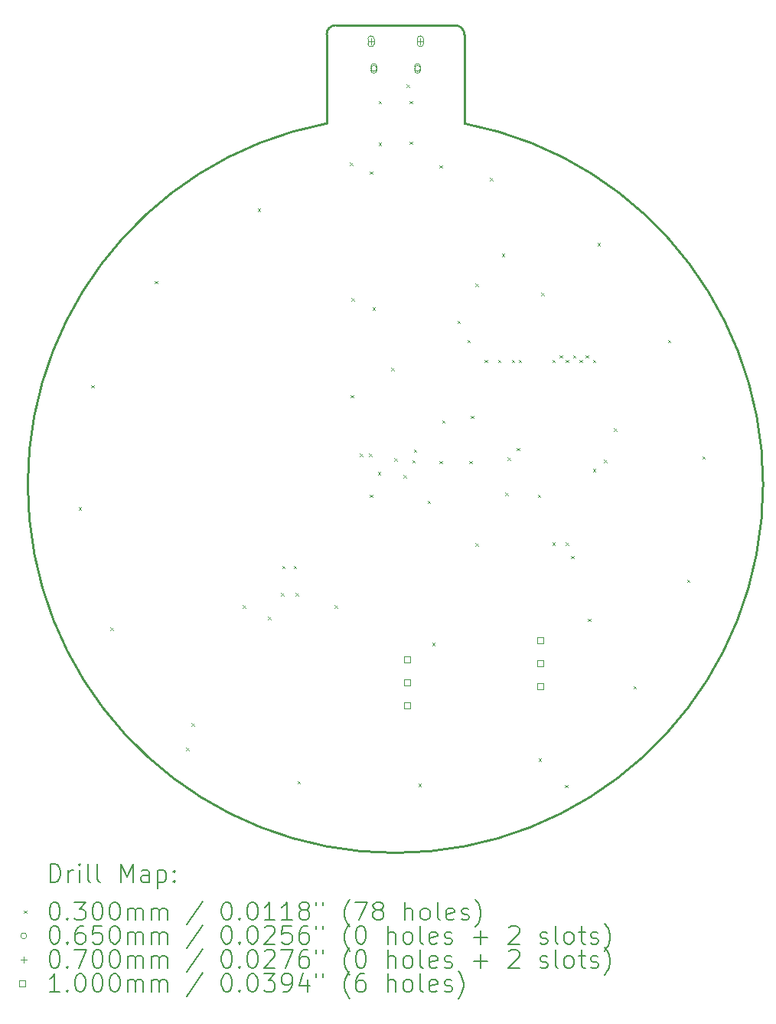
<source format=gbr>
%TF.GenerationSoftware,KiCad,Pcbnew,8.0.6*%
%TF.CreationDate,2024-11-25T23:55:27-05:00*%
%TF.ProjectId,Christmas Ornament 2024,43687269-7374-46d6-9173-204f726e616d,rev?*%
%TF.SameCoordinates,Original*%
%TF.FileFunction,Drillmap*%
%TF.FilePolarity,Positive*%
%FSLAX45Y45*%
G04 Gerber Fmt 4.5, Leading zero omitted, Abs format (unit mm)*
G04 Created by KiCad (PCBNEW 8.0.6) date 2024-11-25 23:55:27*
%MOMM*%
%LPD*%
G01*
G04 APERTURE LIST*
%ADD10C,0.254000*%
%ADD11C,0.200000*%
%ADD12C,0.100000*%
G04 APERTURE END LIST*
D10*
X13462129Y-5179871D02*
X13463405Y-6164848D01*
X13362129Y-5080000D02*
G75*
G02*
X13462130Y-5179871I1J-100000D01*
G01*
X11938000Y-5180000D02*
G75*
G02*
X12038000Y-5080000I100000J0D01*
G01*
X11938000Y-6164580D02*
X11938000Y-5180000D01*
X13463405Y-6164848D02*
G75*
G02*
X11938000Y-6164580I-763405J-3995152D01*
G01*
X12038000Y-5080000D02*
X13362129Y-5080000D01*
D11*
D12*
X9195000Y-10405000D02*
X9225000Y-10435000D01*
X9225000Y-10405000D02*
X9195000Y-10435000D01*
X9335000Y-9055000D02*
X9365000Y-9085000D01*
X9365000Y-9055000D02*
X9335000Y-9085000D01*
X9545000Y-11735000D02*
X9575000Y-11765000D01*
X9575000Y-11735000D02*
X9545000Y-11765000D01*
X10035000Y-7905000D02*
X10065000Y-7935000D01*
X10065000Y-7905000D02*
X10035000Y-7935000D01*
X10385000Y-13065000D02*
X10415000Y-13095000D01*
X10415000Y-13065000D02*
X10385000Y-13095000D01*
X10445000Y-12795000D02*
X10475000Y-12825000D01*
X10475000Y-12795000D02*
X10445000Y-12825000D01*
X11008600Y-11491200D02*
X11038600Y-11521200D01*
X11038600Y-11491200D02*
X11008600Y-11521200D01*
X11175000Y-7105000D02*
X11205000Y-7135000D01*
X11205000Y-7105000D02*
X11175000Y-7135000D01*
X11288000Y-11618200D02*
X11318000Y-11648200D01*
X11318000Y-11618200D02*
X11288000Y-11648200D01*
X11435000Y-11355000D02*
X11465000Y-11385000D01*
X11465000Y-11355000D02*
X11435000Y-11385000D01*
X11445000Y-11055000D02*
X11475000Y-11085000D01*
X11475000Y-11055000D02*
X11445000Y-11085000D01*
X11575000Y-11055000D02*
X11605000Y-11085000D01*
X11605000Y-11055000D02*
X11575000Y-11085000D01*
X11595000Y-11355000D02*
X11625000Y-11385000D01*
X11625000Y-11355000D02*
X11595000Y-11385000D01*
X11615000Y-13435000D02*
X11645000Y-13465000D01*
X11645000Y-13435000D02*
X11615000Y-13465000D01*
X12024600Y-11491200D02*
X12054600Y-11521200D01*
X12054600Y-11491200D02*
X12024600Y-11521200D01*
X12195000Y-6595000D02*
X12225000Y-6625000D01*
X12225000Y-6595000D02*
X12195000Y-6625000D01*
X12205000Y-9165000D02*
X12235000Y-9195000D01*
X12235000Y-9165000D02*
X12205000Y-9195000D01*
X12215000Y-8095000D02*
X12245000Y-8125000D01*
X12245000Y-8095000D02*
X12215000Y-8125000D01*
X12305000Y-9815000D02*
X12335000Y-9845000D01*
X12335000Y-9815000D02*
X12305000Y-9845000D01*
X12405600Y-9814800D02*
X12435600Y-9844800D01*
X12435600Y-9814800D02*
X12405600Y-9844800D01*
X12415000Y-6695000D02*
X12445000Y-6725000D01*
X12445000Y-6695000D02*
X12415000Y-6725000D01*
X12415000Y-10265000D02*
X12445000Y-10295000D01*
X12445000Y-10265000D02*
X12415000Y-10295000D01*
X12445000Y-8195000D02*
X12475000Y-8225000D01*
X12475000Y-8195000D02*
X12445000Y-8225000D01*
X12505000Y-10015000D02*
X12535000Y-10045000D01*
X12535000Y-10015000D02*
X12505000Y-10045000D01*
X12515000Y-5915000D02*
X12545000Y-5945000D01*
X12545000Y-5915000D02*
X12515000Y-5945000D01*
X12515000Y-6375000D02*
X12545000Y-6405000D01*
X12545000Y-6375000D02*
X12515000Y-6405000D01*
X12655000Y-8865000D02*
X12685000Y-8895000D01*
X12685000Y-8865000D02*
X12655000Y-8895000D01*
X12685000Y-9865600D02*
X12715000Y-9895600D01*
X12715000Y-9865600D02*
X12685000Y-9895600D01*
X12788655Y-10051345D02*
X12818655Y-10081345D01*
X12818655Y-10051345D02*
X12788655Y-10081345D01*
X12825000Y-5735000D02*
X12855000Y-5765000D01*
X12855000Y-5735000D02*
X12825000Y-5765000D01*
X12855000Y-5915000D02*
X12885000Y-5945000D01*
X12885000Y-5915000D02*
X12855000Y-5945000D01*
X12855000Y-6365000D02*
X12885000Y-6395000D01*
X12885000Y-6365000D02*
X12855000Y-6395000D01*
X12885000Y-9887500D02*
X12915000Y-9917500D01*
X12915000Y-9887500D02*
X12885000Y-9917500D01*
X12903640Y-9767500D02*
X12933640Y-9797500D01*
X12933640Y-9767500D02*
X12903640Y-9797500D01*
X12955000Y-13465000D02*
X12985000Y-13495000D01*
X12985000Y-13465000D02*
X12955000Y-13495000D01*
X13055000Y-10335000D02*
X13085000Y-10365000D01*
X13085000Y-10335000D02*
X13055000Y-10365000D01*
X13105000Y-11905000D02*
X13135000Y-11935000D01*
X13135000Y-11905000D02*
X13105000Y-11935000D01*
X13185000Y-6625000D02*
X13215000Y-6655000D01*
X13215000Y-6625000D02*
X13185000Y-6655000D01*
X13185000Y-9895000D02*
X13215000Y-9925000D01*
X13215000Y-9895000D02*
X13185000Y-9925000D01*
X13215000Y-9445000D02*
X13245000Y-9475000D01*
X13245000Y-9445000D02*
X13215000Y-9475000D01*
X13385000Y-8345000D02*
X13415000Y-8375000D01*
X13415000Y-8345000D02*
X13385000Y-8375000D01*
X13495000Y-8555000D02*
X13525000Y-8585000D01*
X13525000Y-8555000D02*
X13495000Y-8585000D01*
X13515000Y-9895000D02*
X13545000Y-9925000D01*
X13545000Y-9895000D02*
X13515000Y-9925000D01*
X13535000Y-9395000D02*
X13565000Y-9425000D01*
X13565000Y-9395000D02*
X13535000Y-9425000D01*
X13585000Y-7935000D02*
X13615000Y-7965000D01*
X13615000Y-7935000D02*
X13585000Y-7965000D01*
X13585000Y-10805000D02*
X13615000Y-10835000D01*
X13615000Y-10805000D02*
X13585000Y-10835000D01*
X13685000Y-8775000D02*
X13715000Y-8805000D01*
X13715000Y-8775000D02*
X13685000Y-8805000D01*
X13745000Y-6765000D02*
X13775000Y-6795000D01*
X13775000Y-6765000D02*
X13745000Y-6795000D01*
X13835000Y-8775000D02*
X13865000Y-8805000D01*
X13865000Y-8775000D02*
X13835000Y-8805000D01*
X13875000Y-7605000D02*
X13905000Y-7635000D01*
X13905000Y-7605000D02*
X13875000Y-7635000D01*
X13915000Y-10245000D02*
X13945000Y-10275000D01*
X13945000Y-10245000D02*
X13915000Y-10275000D01*
X13941250Y-9855000D02*
X13971250Y-9885000D01*
X13971250Y-9855000D02*
X13941250Y-9885000D01*
X13985000Y-8775000D02*
X14015000Y-8805000D01*
X14015000Y-8775000D02*
X13985000Y-8805000D01*
X14041250Y-9751750D02*
X14071250Y-9781750D01*
X14071250Y-9751750D02*
X14041250Y-9781750D01*
X14065000Y-8775000D02*
X14095000Y-8805000D01*
X14095000Y-8775000D02*
X14065000Y-8805000D01*
X14275000Y-10265000D02*
X14305000Y-10295000D01*
X14305000Y-10265000D02*
X14275000Y-10295000D01*
X14285000Y-13185000D02*
X14315000Y-13215000D01*
X14315000Y-13185000D02*
X14285000Y-13215000D01*
X14315000Y-8035000D02*
X14345000Y-8065000D01*
X14345000Y-8035000D02*
X14315000Y-8065000D01*
X14435000Y-8775000D02*
X14465000Y-8805000D01*
X14465000Y-8775000D02*
X14435000Y-8805000D01*
X14435000Y-10795000D02*
X14465000Y-10825000D01*
X14465000Y-10795000D02*
X14435000Y-10825000D01*
X14515000Y-8725000D02*
X14545000Y-8755000D01*
X14545000Y-8725000D02*
X14515000Y-8755000D01*
X14575000Y-13475000D02*
X14605000Y-13505000D01*
X14605000Y-13475000D02*
X14575000Y-13505000D01*
X14585000Y-8775000D02*
X14615000Y-8805000D01*
X14615000Y-8775000D02*
X14585000Y-8805000D01*
X14585000Y-10795000D02*
X14615000Y-10825000D01*
X14615000Y-10795000D02*
X14585000Y-10825000D01*
X14645000Y-10945000D02*
X14675000Y-10975000D01*
X14675000Y-10945000D02*
X14645000Y-10975000D01*
X14665000Y-8725000D02*
X14695000Y-8755000D01*
X14695000Y-8725000D02*
X14665000Y-8755000D01*
X14735000Y-8775000D02*
X14765000Y-8805000D01*
X14765000Y-8775000D02*
X14735000Y-8805000D01*
X14805000Y-8725000D02*
X14835000Y-8755000D01*
X14835000Y-8725000D02*
X14805000Y-8755000D01*
X14830000Y-11640000D02*
X14860000Y-11670000D01*
X14860000Y-11640000D02*
X14830000Y-11670000D01*
X14885000Y-8775000D02*
X14915000Y-8805000D01*
X14915000Y-8775000D02*
X14885000Y-8805000D01*
X14885000Y-9985000D02*
X14915000Y-10015000D01*
X14915000Y-9985000D02*
X14885000Y-10015000D01*
X14935000Y-7485000D02*
X14965000Y-7515000D01*
X14965000Y-7485000D02*
X14935000Y-7515000D01*
X15005000Y-9883250D02*
X15035000Y-9913250D01*
X15035000Y-9883250D02*
X15005000Y-9913250D01*
X15115000Y-9535000D02*
X15145000Y-9565000D01*
X15145000Y-9535000D02*
X15115000Y-9565000D01*
X15335000Y-12385000D02*
X15365000Y-12415000D01*
X15365000Y-12385000D02*
X15335000Y-12415000D01*
X15715000Y-8555000D02*
X15745000Y-8585000D01*
X15745000Y-8555000D02*
X15715000Y-8585000D01*
X15925000Y-11205000D02*
X15955000Y-11235000D01*
X15955000Y-11205000D02*
X15925000Y-11235000D01*
X16095000Y-9845000D02*
X16125000Y-9875000D01*
X16125000Y-9845000D02*
X16095000Y-9875000D01*
X12493000Y-5556000D02*
G75*
G02*
X12428000Y-5556000I-32500J0D01*
G01*
X12428000Y-5556000D02*
G75*
G02*
X12493000Y-5556000I32500J0D01*
G01*
X12428000Y-5536000D02*
X12428000Y-5576000D01*
X12493000Y-5576000D02*
G75*
G02*
X12428000Y-5576000I-32500J0D01*
G01*
X12493000Y-5576000D02*
X12493000Y-5536000D01*
X12493000Y-5536000D02*
G75*
G03*
X12428000Y-5536000I-32500J0D01*
G01*
X12977000Y-5556000D02*
G75*
G02*
X12912000Y-5556000I-32500J0D01*
G01*
X12912000Y-5556000D02*
G75*
G02*
X12977000Y-5556000I32500J0D01*
G01*
X12912000Y-5536000D02*
X12912000Y-5576000D01*
X12977000Y-5576000D02*
G75*
G02*
X12912000Y-5576000I-32500J0D01*
G01*
X12977000Y-5576000D02*
X12977000Y-5536000D01*
X12977000Y-5536000D02*
G75*
G03*
X12912000Y-5536000I-32500J0D01*
G01*
X12429500Y-5221000D02*
X12429500Y-5291000D01*
X12394500Y-5256000D02*
X12464500Y-5256000D01*
X12394500Y-5231000D02*
X12394500Y-5281000D01*
X12464500Y-5281000D02*
G75*
G02*
X12394500Y-5281000I-35000J0D01*
G01*
X12464500Y-5281000D02*
X12464500Y-5231000D01*
X12464500Y-5231000D02*
G75*
G03*
X12394500Y-5231000I-35000J0D01*
G01*
X12975500Y-5221000D02*
X12975500Y-5291000D01*
X12940500Y-5256000D02*
X13010500Y-5256000D01*
X12940500Y-5231000D02*
X12940500Y-5281000D01*
X13010500Y-5281000D02*
G75*
G02*
X12940500Y-5281000I-35000J0D01*
G01*
X13010500Y-5281000D02*
X13010500Y-5231000D01*
X13010500Y-5231000D02*
G75*
G03*
X12940500Y-5231000I-35000J0D01*
G01*
X12862356Y-12125756D02*
X12862356Y-12055044D01*
X12791644Y-12055044D01*
X12791644Y-12125756D01*
X12862356Y-12125756D01*
X12862356Y-12379756D02*
X12862356Y-12309044D01*
X12791644Y-12309044D01*
X12791644Y-12379756D01*
X12862356Y-12379756D01*
X12862356Y-12633756D02*
X12862356Y-12563044D01*
X12791644Y-12563044D01*
X12791644Y-12633756D01*
X12862356Y-12633756D01*
X14337356Y-11911356D02*
X14337356Y-11840644D01*
X14266644Y-11840644D01*
X14266644Y-11911356D01*
X14337356Y-11911356D01*
X14337356Y-12165356D02*
X14337356Y-12094644D01*
X14266644Y-12094644D01*
X14266644Y-12165356D01*
X14337356Y-12165356D01*
X14337356Y-12419356D02*
X14337356Y-12348644D01*
X14266644Y-12348644D01*
X14266644Y-12419356D01*
X14337356Y-12419356D01*
D11*
X8880642Y-14551618D02*
X8880642Y-14351618D01*
X8880642Y-14351618D02*
X8928261Y-14351618D01*
X8928261Y-14351618D02*
X8956833Y-14361142D01*
X8956833Y-14361142D02*
X8975880Y-14380190D01*
X8975880Y-14380190D02*
X8985404Y-14399237D01*
X8985404Y-14399237D02*
X8994928Y-14437332D01*
X8994928Y-14437332D02*
X8994928Y-14465904D01*
X8994928Y-14465904D02*
X8985404Y-14503999D01*
X8985404Y-14503999D02*
X8975880Y-14523047D01*
X8975880Y-14523047D02*
X8956833Y-14542094D01*
X8956833Y-14542094D02*
X8928261Y-14551618D01*
X8928261Y-14551618D02*
X8880642Y-14551618D01*
X9080642Y-14551618D02*
X9080642Y-14418285D01*
X9080642Y-14456380D02*
X9090166Y-14437332D01*
X9090166Y-14437332D02*
X9099690Y-14427809D01*
X9099690Y-14427809D02*
X9118737Y-14418285D01*
X9118737Y-14418285D02*
X9137785Y-14418285D01*
X9204452Y-14551618D02*
X9204452Y-14418285D01*
X9204452Y-14351618D02*
X9194928Y-14361142D01*
X9194928Y-14361142D02*
X9204452Y-14370666D01*
X9204452Y-14370666D02*
X9213976Y-14361142D01*
X9213976Y-14361142D02*
X9204452Y-14351618D01*
X9204452Y-14351618D02*
X9204452Y-14370666D01*
X9328261Y-14551618D02*
X9309214Y-14542094D01*
X9309214Y-14542094D02*
X9299690Y-14523047D01*
X9299690Y-14523047D02*
X9299690Y-14351618D01*
X9433023Y-14551618D02*
X9413976Y-14542094D01*
X9413976Y-14542094D02*
X9404452Y-14523047D01*
X9404452Y-14523047D02*
X9404452Y-14351618D01*
X9661595Y-14551618D02*
X9661595Y-14351618D01*
X9661595Y-14351618D02*
X9728261Y-14494475D01*
X9728261Y-14494475D02*
X9794928Y-14351618D01*
X9794928Y-14351618D02*
X9794928Y-14551618D01*
X9975880Y-14551618D02*
X9975880Y-14446856D01*
X9975880Y-14446856D02*
X9966357Y-14427809D01*
X9966357Y-14427809D02*
X9947309Y-14418285D01*
X9947309Y-14418285D02*
X9909214Y-14418285D01*
X9909214Y-14418285D02*
X9890166Y-14427809D01*
X9975880Y-14542094D02*
X9956833Y-14551618D01*
X9956833Y-14551618D02*
X9909214Y-14551618D01*
X9909214Y-14551618D02*
X9890166Y-14542094D01*
X9890166Y-14542094D02*
X9880642Y-14523047D01*
X9880642Y-14523047D02*
X9880642Y-14503999D01*
X9880642Y-14503999D02*
X9890166Y-14484951D01*
X9890166Y-14484951D02*
X9909214Y-14475428D01*
X9909214Y-14475428D02*
X9956833Y-14475428D01*
X9956833Y-14475428D02*
X9975880Y-14465904D01*
X10071118Y-14418285D02*
X10071118Y-14618285D01*
X10071118Y-14427809D02*
X10090166Y-14418285D01*
X10090166Y-14418285D02*
X10128261Y-14418285D01*
X10128261Y-14418285D02*
X10147309Y-14427809D01*
X10147309Y-14427809D02*
X10156833Y-14437332D01*
X10156833Y-14437332D02*
X10166357Y-14456380D01*
X10166357Y-14456380D02*
X10166357Y-14513523D01*
X10166357Y-14513523D02*
X10156833Y-14532570D01*
X10156833Y-14532570D02*
X10147309Y-14542094D01*
X10147309Y-14542094D02*
X10128261Y-14551618D01*
X10128261Y-14551618D02*
X10090166Y-14551618D01*
X10090166Y-14551618D02*
X10071118Y-14542094D01*
X10252071Y-14532570D02*
X10261595Y-14542094D01*
X10261595Y-14542094D02*
X10252071Y-14551618D01*
X10252071Y-14551618D02*
X10242547Y-14542094D01*
X10242547Y-14542094D02*
X10252071Y-14532570D01*
X10252071Y-14532570D02*
X10252071Y-14551618D01*
X10252071Y-14427809D02*
X10261595Y-14437332D01*
X10261595Y-14437332D02*
X10252071Y-14446856D01*
X10252071Y-14446856D02*
X10242547Y-14437332D01*
X10242547Y-14437332D02*
X10252071Y-14427809D01*
X10252071Y-14427809D02*
X10252071Y-14446856D01*
D12*
X8589865Y-14865134D02*
X8619865Y-14895134D01*
X8619865Y-14865134D02*
X8589865Y-14895134D01*
D11*
X8918737Y-14771618D02*
X8937785Y-14771618D01*
X8937785Y-14771618D02*
X8956833Y-14781142D01*
X8956833Y-14781142D02*
X8966357Y-14790666D01*
X8966357Y-14790666D02*
X8975880Y-14809713D01*
X8975880Y-14809713D02*
X8985404Y-14847809D01*
X8985404Y-14847809D02*
X8985404Y-14895428D01*
X8985404Y-14895428D02*
X8975880Y-14933523D01*
X8975880Y-14933523D02*
X8966357Y-14952570D01*
X8966357Y-14952570D02*
X8956833Y-14962094D01*
X8956833Y-14962094D02*
X8937785Y-14971618D01*
X8937785Y-14971618D02*
X8918737Y-14971618D01*
X8918737Y-14971618D02*
X8899690Y-14962094D01*
X8899690Y-14962094D02*
X8890166Y-14952570D01*
X8890166Y-14952570D02*
X8880642Y-14933523D01*
X8880642Y-14933523D02*
X8871118Y-14895428D01*
X8871118Y-14895428D02*
X8871118Y-14847809D01*
X8871118Y-14847809D02*
X8880642Y-14809713D01*
X8880642Y-14809713D02*
X8890166Y-14790666D01*
X8890166Y-14790666D02*
X8899690Y-14781142D01*
X8899690Y-14781142D02*
X8918737Y-14771618D01*
X9071118Y-14952570D02*
X9080642Y-14962094D01*
X9080642Y-14962094D02*
X9071118Y-14971618D01*
X9071118Y-14971618D02*
X9061595Y-14962094D01*
X9061595Y-14962094D02*
X9071118Y-14952570D01*
X9071118Y-14952570D02*
X9071118Y-14971618D01*
X9147309Y-14771618D02*
X9271118Y-14771618D01*
X9271118Y-14771618D02*
X9204452Y-14847809D01*
X9204452Y-14847809D02*
X9233023Y-14847809D01*
X9233023Y-14847809D02*
X9252071Y-14857332D01*
X9252071Y-14857332D02*
X9261595Y-14866856D01*
X9261595Y-14866856D02*
X9271118Y-14885904D01*
X9271118Y-14885904D02*
X9271118Y-14933523D01*
X9271118Y-14933523D02*
X9261595Y-14952570D01*
X9261595Y-14952570D02*
X9252071Y-14962094D01*
X9252071Y-14962094D02*
X9233023Y-14971618D01*
X9233023Y-14971618D02*
X9175880Y-14971618D01*
X9175880Y-14971618D02*
X9156833Y-14962094D01*
X9156833Y-14962094D02*
X9147309Y-14952570D01*
X9394928Y-14771618D02*
X9413976Y-14771618D01*
X9413976Y-14771618D02*
X9433023Y-14781142D01*
X9433023Y-14781142D02*
X9442547Y-14790666D01*
X9442547Y-14790666D02*
X9452071Y-14809713D01*
X9452071Y-14809713D02*
X9461595Y-14847809D01*
X9461595Y-14847809D02*
X9461595Y-14895428D01*
X9461595Y-14895428D02*
X9452071Y-14933523D01*
X9452071Y-14933523D02*
X9442547Y-14952570D01*
X9442547Y-14952570D02*
X9433023Y-14962094D01*
X9433023Y-14962094D02*
X9413976Y-14971618D01*
X9413976Y-14971618D02*
X9394928Y-14971618D01*
X9394928Y-14971618D02*
X9375880Y-14962094D01*
X9375880Y-14962094D02*
X9366357Y-14952570D01*
X9366357Y-14952570D02*
X9356833Y-14933523D01*
X9356833Y-14933523D02*
X9347309Y-14895428D01*
X9347309Y-14895428D02*
X9347309Y-14847809D01*
X9347309Y-14847809D02*
X9356833Y-14809713D01*
X9356833Y-14809713D02*
X9366357Y-14790666D01*
X9366357Y-14790666D02*
X9375880Y-14781142D01*
X9375880Y-14781142D02*
X9394928Y-14771618D01*
X9585404Y-14771618D02*
X9604452Y-14771618D01*
X9604452Y-14771618D02*
X9623499Y-14781142D01*
X9623499Y-14781142D02*
X9633023Y-14790666D01*
X9633023Y-14790666D02*
X9642547Y-14809713D01*
X9642547Y-14809713D02*
X9652071Y-14847809D01*
X9652071Y-14847809D02*
X9652071Y-14895428D01*
X9652071Y-14895428D02*
X9642547Y-14933523D01*
X9642547Y-14933523D02*
X9633023Y-14952570D01*
X9633023Y-14952570D02*
X9623499Y-14962094D01*
X9623499Y-14962094D02*
X9604452Y-14971618D01*
X9604452Y-14971618D02*
X9585404Y-14971618D01*
X9585404Y-14971618D02*
X9566357Y-14962094D01*
X9566357Y-14962094D02*
X9556833Y-14952570D01*
X9556833Y-14952570D02*
X9547309Y-14933523D01*
X9547309Y-14933523D02*
X9537785Y-14895428D01*
X9537785Y-14895428D02*
X9537785Y-14847809D01*
X9537785Y-14847809D02*
X9547309Y-14809713D01*
X9547309Y-14809713D02*
X9556833Y-14790666D01*
X9556833Y-14790666D02*
X9566357Y-14781142D01*
X9566357Y-14781142D02*
X9585404Y-14771618D01*
X9737785Y-14971618D02*
X9737785Y-14838285D01*
X9737785Y-14857332D02*
X9747309Y-14847809D01*
X9747309Y-14847809D02*
X9766357Y-14838285D01*
X9766357Y-14838285D02*
X9794928Y-14838285D01*
X9794928Y-14838285D02*
X9813976Y-14847809D01*
X9813976Y-14847809D02*
X9823499Y-14866856D01*
X9823499Y-14866856D02*
X9823499Y-14971618D01*
X9823499Y-14866856D02*
X9833023Y-14847809D01*
X9833023Y-14847809D02*
X9852071Y-14838285D01*
X9852071Y-14838285D02*
X9880642Y-14838285D01*
X9880642Y-14838285D02*
X9899690Y-14847809D01*
X9899690Y-14847809D02*
X9909214Y-14866856D01*
X9909214Y-14866856D02*
X9909214Y-14971618D01*
X10004452Y-14971618D02*
X10004452Y-14838285D01*
X10004452Y-14857332D02*
X10013976Y-14847809D01*
X10013976Y-14847809D02*
X10033023Y-14838285D01*
X10033023Y-14838285D02*
X10061595Y-14838285D01*
X10061595Y-14838285D02*
X10080642Y-14847809D01*
X10080642Y-14847809D02*
X10090166Y-14866856D01*
X10090166Y-14866856D02*
X10090166Y-14971618D01*
X10090166Y-14866856D02*
X10099690Y-14847809D01*
X10099690Y-14847809D02*
X10118738Y-14838285D01*
X10118738Y-14838285D02*
X10147309Y-14838285D01*
X10147309Y-14838285D02*
X10166357Y-14847809D01*
X10166357Y-14847809D02*
X10175880Y-14866856D01*
X10175880Y-14866856D02*
X10175880Y-14971618D01*
X10566357Y-14762094D02*
X10394928Y-15019237D01*
X10823500Y-14771618D02*
X10842547Y-14771618D01*
X10842547Y-14771618D02*
X10861595Y-14781142D01*
X10861595Y-14781142D02*
X10871119Y-14790666D01*
X10871119Y-14790666D02*
X10880642Y-14809713D01*
X10880642Y-14809713D02*
X10890166Y-14847809D01*
X10890166Y-14847809D02*
X10890166Y-14895428D01*
X10890166Y-14895428D02*
X10880642Y-14933523D01*
X10880642Y-14933523D02*
X10871119Y-14952570D01*
X10871119Y-14952570D02*
X10861595Y-14962094D01*
X10861595Y-14962094D02*
X10842547Y-14971618D01*
X10842547Y-14971618D02*
X10823500Y-14971618D01*
X10823500Y-14971618D02*
X10804452Y-14962094D01*
X10804452Y-14962094D02*
X10794928Y-14952570D01*
X10794928Y-14952570D02*
X10785404Y-14933523D01*
X10785404Y-14933523D02*
X10775881Y-14895428D01*
X10775881Y-14895428D02*
X10775881Y-14847809D01*
X10775881Y-14847809D02*
X10785404Y-14809713D01*
X10785404Y-14809713D02*
X10794928Y-14790666D01*
X10794928Y-14790666D02*
X10804452Y-14781142D01*
X10804452Y-14781142D02*
X10823500Y-14771618D01*
X10975881Y-14952570D02*
X10985404Y-14962094D01*
X10985404Y-14962094D02*
X10975881Y-14971618D01*
X10975881Y-14971618D02*
X10966357Y-14962094D01*
X10966357Y-14962094D02*
X10975881Y-14952570D01*
X10975881Y-14952570D02*
X10975881Y-14971618D01*
X11109214Y-14771618D02*
X11128262Y-14771618D01*
X11128262Y-14771618D02*
X11147309Y-14781142D01*
X11147309Y-14781142D02*
X11156833Y-14790666D01*
X11156833Y-14790666D02*
X11166357Y-14809713D01*
X11166357Y-14809713D02*
X11175881Y-14847809D01*
X11175881Y-14847809D02*
X11175881Y-14895428D01*
X11175881Y-14895428D02*
X11166357Y-14933523D01*
X11166357Y-14933523D02*
X11156833Y-14952570D01*
X11156833Y-14952570D02*
X11147309Y-14962094D01*
X11147309Y-14962094D02*
X11128262Y-14971618D01*
X11128262Y-14971618D02*
X11109214Y-14971618D01*
X11109214Y-14971618D02*
X11090166Y-14962094D01*
X11090166Y-14962094D02*
X11080642Y-14952570D01*
X11080642Y-14952570D02*
X11071119Y-14933523D01*
X11071119Y-14933523D02*
X11061595Y-14895428D01*
X11061595Y-14895428D02*
X11061595Y-14847809D01*
X11061595Y-14847809D02*
X11071119Y-14809713D01*
X11071119Y-14809713D02*
X11080642Y-14790666D01*
X11080642Y-14790666D02*
X11090166Y-14781142D01*
X11090166Y-14781142D02*
X11109214Y-14771618D01*
X11366357Y-14971618D02*
X11252071Y-14971618D01*
X11309214Y-14971618D02*
X11309214Y-14771618D01*
X11309214Y-14771618D02*
X11290166Y-14800190D01*
X11290166Y-14800190D02*
X11271119Y-14819237D01*
X11271119Y-14819237D02*
X11252071Y-14828761D01*
X11556833Y-14971618D02*
X11442547Y-14971618D01*
X11499690Y-14971618D02*
X11499690Y-14771618D01*
X11499690Y-14771618D02*
X11480642Y-14800190D01*
X11480642Y-14800190D02*
X11461595Y-14819237D01*
X11461595Y-14819237D02*
X11442547Y-14828761D01*
X11671119Y-14857332D02*
X11652071Y-14847809D01*
X11652071Y-14847809D02*
X11642547Y-14838285D01*
X11642547Y-14838285D02*
X11633023Y-14819237D01*
X11633023Y-14819237D02*
X11633023Y-14809713D01*
X11633023Y-14809713D02*
X11642547Y-14790666D01*
X11642547Y-14790666D02*
X11652071Y-14781142D01*
X11652071Y-14781142D02*
X11671119Y-14771618D01*
X11671119Y-14771618D02*
X11709214Y-14771618D01*
X11709214Y-14771618D02*
X11728261Y-14781142D01*
X11728261Y-14781142D02*
X11737785Y-14790666D01*
X11737785Y-14790666D02*
X11747309Y-14809713D01*
X11747309Y-14809713D02*
X11747309Y-14819237D01*
X11747309Y-14819237D02*
X11737785Y-14838285D01*
X11737785Y-14838285D02*
X11728261Y-14847809D01*
X11728261Y-14847809D02*
X11709214Y-14857332D01*
X11709214Y-14857332D02*
X11671119Y-14857332D01*
X11671119Y-14857332D02*
X11652071Y-14866856D01*
X11652071Y-14866856D02*
X11642547Y-14876380D01*
X11642547Y-14876380D02*
X11633023Y-14895428D01*
X11633023Y-14895428D02*
X11633023Y-14933523D01*
X11633023Y-14933523D02*
X11642547Y-14952570D01*
X11642547Y-14952570D02*
X11652071Y-14962094D01*
X11652071Y-14962094D02*
X11671119Y-14971618D01*
X11671119Y-14971618D02*
X11709214Y-14971618D01*
X11709214Y-14971618D02*
X11728261Y-14962094D01*
X11728261Y-14962094D02*
X11737785Y-14952570D01*
X11737785Y-14952570D02*
X11747309Y-14933523D01*
X11747309Y-14933523D02*
X11747309Y-14895428D01*
X11747309Y-14895428D02*
X11737785Y-14876380D01*
X11737785Y-14876380D02*
X11728261Y-14866856D01*
X11728261Y-14866856D02*
X11709214Y-14857332D01*
X11823500Y-14771618D02*
X11823500Y-14809713D01*
X11899690Y-14771618D02*
X11899690Y-14809713D01*
X12194928Y-15047809D02*
X12185404Y-15038285D01*
X12185404Y-15038285D02*
X12166357Y-15009713D01*
X12166357Y-15009713D02*
X12156833Y-14990666D01*
X12156833Y-14990666D02*
X12147309Y-14962094D01*
X12147309Y-14962094D02*
X12137785Y-14914475D01*
X12137785Y-14914475D02*
X12137785Y-14876380D01*
X12137785Y-14876380D02*
X12147309Y-14828761D01*
X12147309Y-14828761D02*
X12156833Y-14800190D01*
X12156833Y-14800190D02*
X12166357Y-14781142D01*
X12166357Y-14781142D02*
X12185404Y-14752570D01*
X12185404Y-14752570D02*
X12194928Y-14743047D01*
X12252071Y-14771618D02*
X12385404Y-14771618D01*
X12385404Y-14771618D02*
X12299690Y-14971618D01*
X12490166Y-14857332D02*
X12471119Y-14847809D01*
X12471119Y-14847809D02*
X12461595Y-14838285D01*
X12461595Y-14838285D02*
X12452071Y-14819237D01*
X12452071Y-14819237D02*
X12452071Y-14809713D01*
X12452071Y-14809713D02*
X12461595Y-14790666D01*
X12461595Y-14790666D02*
X12471119Y-14781142D01*
X12471119Y-14781142D02*
X12490166Y-14771618D01*
X12490166Y-14771618D02*
X12528262Y-14771618D01*
X12528262Y-14771618D02*
X12547309Y-14781142D01*
X12547309Y-14781142D02*
X12556833Y-14790666D01*
X12556833Y-14790666D02*
X12566357Y-14809713D01*
X12566357Y-14809713D02*
X12566357Y-14819237D01*
X12566357Y-14819237D02*
X12556833Y-14838285D01*
X12556833Y-14838285D02*
X12547309Y-14847809D01*
X12547309Y-14847809D02*
X12528262Y-14857332D01*
X12528262Y-14857332D02*
X12490166Y-14857332D01*
X12490166Y-14857332D02*
X12471119Y-14866856D01*
X12471119Y-14866856D02*
X12461595Y-14876380D01*
X12461595Y-14876380D02*
X12452071Y-14895428D01*
X12452071Y-14895428D02*
X12452071Y-14933523D01*
X12452071Y-14933523D02*
X12461595Y-14952570D01*
X12461595Y-14952570D02*
X12471119Y-14962094D01*
X12471119Y-14962094D02*
X12490166Y-14971618D01*
X12490166Y-14971618D02*
X12528262Y-14971618D01*
X12528262Y-14971618D02*
X12547309Y-14962094D01*
X12547309Y-14962094D02*
X12556833Y-14952570D01*
X12556833Y-14952570D02*
X12566357Y-14933523D01*
X12566357Y-14933523D02*
X12566357Y-14895428D01*
X12566357Y-14895428D02*
X12556833Y-14876380D01*
X12556833Y-14876380D02*
X12547309Y-14866856D01*
X12547309Y-14866856D02*
X12528262Y-14857332D01*
X12804452Y-14971618D02*
X12804452Y-14771618D01*
X12890166Y-14971618D02*
X12890166Y-14866856D01*
X12890166Y-14866856D02*
X12880643Y-14847809D01*
X12880643Y-14847809D02*
X12861595Y-14838285D01*
X12861595Y-14838285D02*
X12833023Y-14838285D01*
X12833023Y-14838285D02*
X12813976Y-14847809D01*
X12813976Y-14847809D02*
X12804452Y-14857332D01*
X13013976Y-14971618D02*
X12994928Y-14962094D01*
X12994928Y-14962094D02*
X12985404Y-14952570D01*
X12985404Y-14952570D02*
X12975881Y-14933523D01*
X12975881Y-14933523D02*
X12975881Y-14876380D01*
X12975881Y-14876380D02*
X12985404Y-14857332D01*
X12985404Y-14857332D02*
X12994928Y-14847809D01*
X12994928Y-14847809D02*
X13013976Y-14838285D01*
X13013976Y-14838285D02*
X13042547Y-14838285D01*
X13042547Y-14838285D02*
X13061595Y-14847809D01*
X13061595Y-14847809D02*
X13071119Y-14857332D01*
X13071119Y-14857332D02*
X13080643Y-14876380D01*
X13080643Y-14876380D02*
X13080643Y-14933523D01*
X13080643Y-14933523D02*
X13071119Y-14952570D01*
X13071119Y-14952570D02*
X13061595Y-14962094D01*
X13061595Y-14962094D02*
X13042547Y-14971618D01*
X13042547Y-14971618D02*
X13013976Y-14971618D01*
X13194928Y-14971618D02*
X13175881Y-14962094D01*
X13175881Y-14962094D02*
X13166357Y-14943047D01*
X13166357Y-14943047D02*
X13166357Y-14771618D01*
X13347309Y-14962094D02*
X13328262Y-14971618D01*
X13328262Y-14971618D02*
X13290166Y-14971618D01*
X13290166Y-14971618D02*
X13271119Y-14962094D01*
X13271119Y-14962094D02*
X13261595Y-14943047D01*
X13261595Y-14943047D02*
X13261595Y-14866856D01*
X13261595Y-14866856D02*
X13271119Y-14847809D01*
X13271119Y-14847809D02*
X13290166Y-14838285D01*
X13290166Y-14838285D02*
X13328262Y-14838285D01*
X13328262Y-14838285D02*
X13347309Y-14847809D01*
X13347309Y-14847809D02*
X13356833Y-14866856D01*
X13356833Y-14866856D02*
X13356833Y-14885904D01*
X13356833Y-14885904D02*
X13261595Y-14904951D01*
X13433024Y-14962094D02*
X13452071Y-14971618D01*
X13452071Y-14971618D02*
X13490166Y-14971618D01*
X13490166Y-14971618D02*
X13509214Y-14962094D01*
X13509214Y-14962094D02*
X13518738Y-14943047D01*
X13518738Y-14943047D02*
X13518738Y-14933523D01*
X13518738Y-14933523D02*
X13509214Y-14914475D01*
X13509214Y-14914475D02*
X13490166Y-14904951D01*
X13490166Y-14904951D02*
X13461595Y-14904951D01*
X13461595Y-14904951D02*
X13442547Y-14895428D01*
X13442547Y-14895428D02*
X13433024Y-14876380D01*
X13433024Y-14876380D02*
X13433024Y-14866856D01*
X13433024Y-14866856D02*
X13442547Y-14847809D01*
X13442547Y-14847809D02*
X13461595Y-14838285D01*
X13461595Y-14838285D02*
X13490166Y-14838285D01*
X13490166Y-14838285D02*
X13509214Y-14847809D01*
X13585405Y-15047809D02*
X13594928Y-15038285D01*
X13594928Y-15038285D02*
X13613976Y-15009713D01*
X13613976Y-15009713D02*
X13623500Y-14990666D01*
X13623500Y-14990666D02*
X13633024Y-14962094D01*
X13633024Y-14962094D02*
X13642547Y-14914475D01*
X13642547Y-14914475D02*
X13642547Y-14876380D01*
X13642547Y-14876380D02*
X13633024Y-14828761D01*
X13633024Y-14828761D02*
X13623500Y-14800190D01*
X13623500Y-14800190D02*
X13613976Y-14781142D01*
X13613976Y-14781142D02*
X13594928Y-14752570D01*
X13594928Y-14752570D02*
X13585405Y-14743047D01*
D12*
X8619865Y-15144134D02*
G75*
G02*
X8554865Y-15144134I-32500J0D01*
G01*
X8554865Y-15144134D02*
G75*
G02*
X8619865Y-15144134I32500J0D01*
G01*
D11*
X8918737Y-15035618D02*
X8937785Y-15035618D01*
X8937785Y-15035618D02*
X8956833Y-15045142D01*
X8956833Y-15045142D02*
X8966357Y-15054666D01*
X8966357Y-15054666D02*
X8975880Y-15073713D01*
X8975880Y-15073713D02*
X8985404Y-15111809D01*
X8985404Y-15111809D02*
X8985404Y-15159428D01*
X8985404Y-15159428D02*
X8975880Y-15197523D01*
X8975880Y-15197523D02*
X8966357Y-15216570D01*
X8966357Y-15216570D02*
X8956833Y-15226094D01*
X8956833Y-15226094D02*
X8937785Y-15235618D01*
X8937785Y-15235618D02*
X8918737Y-15235618D01*
X8918737Y-15235618D02*
X8899690Y-15226094D01*
X8899690Y-15226094D02*
X8890166Y-15216570D01*
X8890166Y-15216570D02*
X8880642Y-15197523D01*
X8880642Y-15197523D02*
X8871118Y-15159428D01*
X8871118Y-15159428D02*
X8871118Y-15111809D01*
X8871118Y-15111809D02*
X8880642Y-15073713D01*
X8880642Y-15073713D02*
X8890166Y-15054666D01*
X8890166Y-15054666D02*
X8899690Y-15045142D01*
X8899690Y-15045142D02*
X8918737Y-15035618D01*
X9071118Y-15216570D02*
X9080642Y-15226094D01*
X9080642Y-15226094D02*
X9071118Y-15235618D01*
X9071118Y-15235618D02*
X9061595Y-15226094D01*
X9061595Y-15226094D02*
X9071118Y-15216570D01*
X9071118Y-15216570D02*
X9071118Y-15235618D01*
X9252071Y-15035618D02*
X9213976Y-15035618D01*
X9213976Y-15035618D02*
X9194928Y-15045142D01*
X9194928Y-15045142D02*
X9185404Y-15054666D01*
X9185404Y-15054666D02*
X9166357Y-15083237D01*
X9166357Y-15083237D02*
X9156833Y-15121332D01*
X9156833Y-15121332D02*
X9156833Y-15197523D01*
X9156833Y-15197523D02*
X9166357Y-15216570D01*
X9166357Y-15216570D02*
X9175880Y-15226094D01*
X9175880Y-15226094D02*
X9194928Y-15235618D01*
X9194928Y-15235618D02*
X9233023Y-15235618D01*
X9233023Y-15235618D02*
X9252071Y-15226094D01*
X9252071Y-15226094D02*
X9261595Y-15216570D01*
X9261595Y-15216570D02*
X9271118Y-15197523D01*
X9271118Y-15197523D02*
X9271118Y-15149904D01*
X9271118Y-15149904D02*
X9261595Y-15130856D01*
X9261595Y-15130856D02*
X9252071Y-15121332D01*
X9252071Y-15121332D02*
X9233023Y-15111809D01*
X9233023Y-15111809D02*
X9194928Y-15111809D01*
X9194928Y-15111809D02*
X9175880Y-15121332D01*
X9175880Y-15121332D02*
X9166357Y-15130856D01*
X9166357Y-15130856D02*
X9156833Y-15149904D01*
X9452071Y-15035618D02*
X9356833Y-15035618D01*
X9356833Y-15035618D02*
X9347309Y-15130856D01*
X9347309Y-15130856D02*
X9356833Y-15121332D01*
X9356833Y-15121332D02*
X9375880Y-15111809D01*
X9375880Y-15111809D02*
X9423499Y-15111809D01*
X9423499Y-15111809D02*
X9442547Y-15121332D01*
X9442547Y-15121332D02*
X9452071Y-15130856D01*
X9452071Y-15130856D02*
X9461595Y-15149904D01*
X9461595Y-15149904D02*
X9461595Y-15197523D01*
X9461595Y-15197523D02*
X9452071Y-15216570D01*
X9452071Y-15216570D02*
X9442547Y-15226094D01*
X9442547Y-15226094D02*
X9423499Y-15235618D01*
X9423499Y-15235618D02*
X9375880Y-15235618D01*
X9375880Y-15235618D02*
X9356833Y-15226094D01*
X9356833Y-15226094D02*
X9347309Y-15216570D01*
X9585404Y-15035618D02*
X9604452Y-15035618D01*
X9604452Y-15035618D02*
X9623499Y-15045142D01*
X9623499Y-15045142D02*
X9633023Y-15054666D01*
X9633023Y-15054666D02*
X9642547Y-15073713D01*
X9642547Y-15073713D02*
X9652071Y-15111809D01*
X9652071Y-15111809D02*
X9652071Y-15159428D01*
X9652071Y-15159428D02*
X9642547Y-15197523D01*
X9642547Y-15197523D02*
X9633023Y-15216570D01*
X9633023Y-15216570D02*
X9623499Y-15226094D01*
X9623499Y-15226094D02*
X9604452Y-15235618D01*
X9604452Y-15235618D02*
X9585404Y-15235618D01*
X9585404Y-15235618D02*
X9566357Y-15226094D01*
X9566357Y-15226094D02*
X9556833Y-15216570D01*
X9556833Y-15216570D02*
X9547309Y-15197523D01*
X9547309Y-15197523D02*
X9537785Y-15159428D01*
X9537785Y-15159428D02*
X9537785Y-15111809D01*
X9537785Y-15111809D02*
X9547309Y-15073713D01*
X9547309Y-15073713D02*
X9556833Y-15054666D01*
X9556833Y-15054666D02*
X9566357Y-15045142D01*
X9566357Y-15045142D02*
X9585404Y-15035618D01*
X9737785Y-15235618D02*
X9737785Y-15102285D01*
X9737785Y-15121332D02*
X9747309Y-15111809D01*
X9747309Y-15111809D02*
X9766357Y-15102285D01*
X9766357Y-15102285D02*
X9794928Y-15102285D01*
X9794928Y-15102285D02*
X9813976Y-15111809D01*
X9813976Y-15111809D02*
X9823499Y-15130856D01*
X9823499Y-15130856D02*
X9823499Y-15235618D01*
X9823499Y-15130856D02*
X9833023Y-15111809D01*
X9833023Y-15111809D02*
X9852071Y-15102285D01*
X9852071Y-15102285D02*
X9880642Y-15102285D01*
X9880642Y-15102285D02*
X9899690Y-15111809D01*
X9899690Y-15111809D02*
X9909214Y-15130856D01*
X9909214Y-15130856D02*
X9909214Y-15235618D01*
X10004452Y-15235618D02*
X10004452Y-15102285D01*
X10004452Y-15121332D02*
X10013976Y-15111809D01*
X10013976Y-15111809D02*
X10033023Y-15102285D01*
X10033023Y-15102285D02*
X10061595Y-15102285D01*
X10061595Y-15102285D02*
X10080642Y-15111809D01*
X10080642Y-15111809D02*
X10090166Y-15130856D01*
X10090166Y-15130856D02*
X10090166Y-15235618D01*
X10090166Y-15130856D02*
X10099690Y-15111809D01*
X10099690Y-15111809D02*
X10118738Y-15102285D01*
X10118738Y-15102285D02*
X10147309Y-15102285D01*
X10147309Y-15102285D02*
X10166357Y-15111809D01*
X10166357Y-15111809D02*
X10175880Y-15130856D01*
X10175880Y-15130856D02*
X10175880Y-15235618D01*
X10566357Y-15026094D02*
X10394928Y-15283237D01*
X10823500Y-15035618D02*
X10842547Y-15035618D01*
X10842547Y-15035618D02*
X10861595Y-15045142D01*
X10861595Y-15045142D02*
X10871119Y-15054666D01*
X10871119Y-15054666D02*
X10880642Y-15073713D01*
X10880642Y-15073713D02*
X10890166Y-15111809D01*
X10890166Y-15111809D02*
X10890166Y-15159428D01*
X10890166Y-15159428D02*
X10880642Y-15197523D01*
X10880642Y-15197523D02*
X10871119Y-15216570D01*
X10871119Y-15216570D02*
X10861595Y-15226094D01*
X10861595Y-15226094D02*
X10842547Y-15235618D01*
X10842547Y-15235618D02*
X10823500Y-15235618D01*
X10823500Y-15235618D02*
X10804452Y-15226094D01*
X10804452Y-15226094D02*
X10794928Y-15216570D01*
X10794928Y-15216570D02*
X10785404Y-15197523D01*
X10785404Y-15197523D02*
X10775881Y-15159428D01*
X10775881Y-15159428D02*
X10775881Y-15111809D01*
X10775881Y-15111809D02*
X10785404Y-15073713D01*
X10785404Y-15073713D02*
X10794928Y-15054666D01*
X10794928Y-15054666D02*
X10804452Y-15045142D01*
X10804452Y-15045142D02*
X10823500Y-15035618D01*
X10975881Y-15216570D02*
X10985404Y-15226094D01*
X10985404Y-15226094D02*
X10975881Y-15235618D01*
X10975881Y-15235618D02*
X10966357Y-15226094D01*
X10966357Y-15226094D02*
X10975881Y-15216570D01*
X10975881Y-15216570D02*
X10975881Y-15235618D01*
X11109214Y-15035618D02*
X11128262Y-15035618D01*
X11128262Y-15035618D02*
X11147309Y-15045142D01*
X11147309Y-15045142D02*
X11156833Y-15054666D01*
X11156833Y-15054666D02*
X11166357Y-15073713D01*
X11166357Y-15073713D02*
X11175881Y-15111809D01*
X11175881Y-15111809D02*
X11175881Y-15159428D01*
X11175881Y-15159428D02*
X11166357Y-15197523D01*
X11166357Y-15197523D02*
X11156833Y-15216570D01*
X11156833Y-15216570D02*
X11147309Y-15226094D01*
X11147309Y-15226094D02*
X11128262Y-15235618D01*
X11128262Y-15235618D02*
X11109214Y-15235618D01*
X11109214Y-15235618D02*
X11090166Y-15226094D01*
X11090166Y-15226094D02*
X11080642Y-15216570D01*
X11080642Y-15216570D02*
X11071119Y-15197523D01*
X11071119Y-15197523D02*
X11061595Y-15159428D01*
X11061595Y-15159428D02*
X11061595Y-15111809D01*
X11061595Y-15111809D02*
X11071119Y-15073713D01*
X11071119Y-15073713D02*
X11080642Y-15054666D01*
X11080642Y-15054666D02*
X11090166Y-15045142D01*
X11090166Y-15045142D02*
X11109214Y-15035618D01*
X11252071Y-15054666D02*
X11261595Y-15045142D01*
X11261595Y-15045142D02*
X11280642Y-15035618D01*
X11280642Y-15035618D02*
X11328261Y-15035618D01*
X11328261Y-15035618D02*
X11347309Y-15045142D01*
X11347309Y-15045142D02*
X11356833Y-15054666D01*
X11356833Y-15054666D02*
X11366357Y-15073713D01*
X11366357Y-15073713D02*
X11366357Y-15092761D01*
X11366357Y-15092761D02*
X11356833Y-15121332D01*
X11356833Y-15121332D02*
X11242547Y-15235618D01*
X11242547Y-15235618D02*
X11366357Y-15235618D01*
X11547309Y-15035618D02*
X11452071Y-15035618D01*
X11452071Y-15035618D02*
X11442547Y-15130856D01*
X11442547Y-15130856D02*
X11452071Y-15121332D01*
X11452071Y-15121332D02*
X11471119Y-15111809D01*
X11471119Y-15111809D02*
X11518738Y-15111809D01*
X11518738Y-15111809D02*
X11537785Y-15121332D01*
X11537785Y-15121332D02*
X11547309Y-15130856D01*
X11547309Y-15130856D02*
X11556833Y-15149904D01*
X11556833Y-15149904D02*
X11556833Y-15197523D01*
X11556833Y-15197523D02*
X11547309Y-15216570D01*
X11547309Y-15216570D02*
X11537785Y-15226094D01*
X11537785Y-15226094D02*
X11518738Y-15235618D01*
X11518738Y-15235618D02*
X11471119Y-15235618D01*
X11471119Y-15235618D02*
X11452071Y-15226094D01*
X11452071Y-15226094D02*
X11442547Y-15216570D01*
X11728261Y-15035618D02*
X11690166Y-15035618D01*
X11690166Y-15035618D02*
X11671119Y-15045142D01*
X11671119Y-15045142D02*
X11661595Y-15054666D01*
X11661595Y-15054666D02*
X11642547Y-15083237D01*
X11642547Y-15083237D02*
X11633023Y-15121332D01*
X11633023Y-15121332D02*
X11633023Y-15197523D01*
X11633023Y-15197523D02*
X11642547Y-15216570D01*
X11642547Y-15216570D02*
X11652071Y-15226094D01*
X11652071Y-15226094D02*
X11671119Y-15235618D01*
X11671119Y-15235618D02*
X11709214Y-15235618D01*
X11709214Y-15235618D02*
X11728261Y-15226094D01*
X11728261Y-15226094D02*
X11737785Y-15216570D01*
X11737785Y-15216570D02*
X11747309Y-15197523D01*
X11747309Y-15197523D02*
X11747309Y-15149904D01*
X11747309Y-15149904D02*
X11737785Y-15130856D01*
X11737785Y-15130856D02*
X11728261Y-15121332D01*
X11728261Y-15121332D02*
X11709214Y-15111809D01*
X11709214Y-15111809D02*
X11671119Y-15111809D01*
X11671119Y-15111809D02*
X11652071Y-15121332D01*
X11652071Y-15121332D02*
X11642547Y-15130856D01*
X11642547Y-15130856D02*
X11633023Y-15149904D01*
X11823500Y-15035618D02*
X11823500Y-15073713D01*
X11899690Y-15035618D02*
X11899690Y-15073713D01*
X12194928Y-15311809D02*
X12185404Y-15302285D01*
X12185404Y-15302285D02*
X12166357Y-15273713D01*
X12166357Y-15273713D02*
X12156833Y-15254666D01*
X12156833Y-15254666D02*
X12147309Y-15226094D01*
X12147309Y-15226094D02*
X12137785Y-15178475D01*
X12137785Y-15178475D02*
X12137785Y-15140380D01*
X12137785Y-15140380D02*
X12147309Y-15092761D01*
X12147309Y-15092761D02*
X12156833Y-15064190D01*
X12156833Y-15064190D02*
X12166357Y-15045142D01*
X12166357Y-15045142D02*
X12185404Y-15016570D01*
X12185404Y-15016570D02*
X12194928Y-15007047D01*
X12309214Y-15035618D02*
X12328262Y-15035618D01*
X12328262Y-15035618D02*
X12347309Y-15045142D01*
X12347309Y-15045142D02*
X12356833Y-15054666D01*
X12356833Y-15054666D02*
X12366357Y-15073713D01*
X12366357Y-15073713D02*
X12375881Y-15111809D01*
X12375881Y-15111809D02*
X12375881Y-15159428D01*
X12375881Y-15159428D02*
X12366357Y-15197523D01*
X12366357Y-15197523D02*
X12356833Y-15216570D01*
X12356833Y-15216570D02*
X12347309Y-15226094D01*
X12347309Y-15226094D02*
X12328262Y-15235618D01*
X12328262Y-15235618D02*
X12309214Y-15235618D01*
X12309214Y-15235618D02*
X12290166Y-15226094D01*
X12290166Y-15226094D02*
X12280642Y-15216570D01*
X12280642Y-15216570D02*
X12271119Y-15197523D01*
X12271119Y-15197523D02*
X12261595Y-15159428D01*
X12261595Y-15159428D02*
X12261595Y-15111809D01*
X12261595Y-15111809D02*
X12271119Y-15073713D01*
X12271119Y-15073713D02*
X12280642Y-15054666D01*
X12280642Y-15054666D02*
X12290166Y-15045142D01*
X12290166Y-15045142D02*
X12309214Y-15035618D01*
X12613976Y-15235618D02*
X12613976Y-15035618D01*
X12699690Y-15235618D02*
X12699690Y-15130856D01*
X12699690Y-15130856D02*
X12690166Y-15111809D01*
X12690166Y-15111809D02*
X12671119Y-15102285D01*
X12671119Y-15102285D02*
X12642547Y-15102285D01*
X12642547Y-15102285D02*
X12623500Y-15111809D01*
X12623500Y-15111809D02*
X12613976Y-15121332D01*
X12823500Y-15235618D02*
X12804452Y-15226094D01*
X12804452Y-15226094D02*
X12794928Y-15216570D01*
X12794928Y-15216570D02*
X12785404Y-15197523D01*
X12785404Y-15197523D02*
X12785404Y-15140380D01*
X12785404Y-15140380D02*
X12794928Y-15121332D01*
X12794928Y-15121332D02*
X12804452Y-15111809D01*
X12804452Y-15111809D02*
X12823500Y-15102285D01*
X12823500Y-15102285D02*
X12852071Y-15102285D01*
X12852071Y-15102285D02*
X12871119Y-15111809D01*
X12871119Y-15111809D02*
X12880643Y-15121332D01*
X12880643Y-15121332D02*
X12890166Y-15140380D01*
X12890166Y-15140380D02*
X12890166Y-15197523D01*
X12890166Y-15197523D02*
X12880643Y-15216570D01*
X12880643Y-15216570D02*
X12871119Y-15226094D01*
X12871119Y-15226094D02*
X12852071Y-15235618D01*
X12852071Y-15235618D02*
X12823500Y-15235618D01*
X13004452Y-15235618D02*
X12985404Y-15226094D01*
X12985404Y-15226094D02*
X12975881Y-15207047D01*
X12975881Y-15207047D02*
X12975881Y-15035618D01*
X13156833Y-15226094D02*
X13137785Y-15235618D01*
X13137785Y-15235618D02*
X13099690Y-15235618D01*
X13099690Y-15235618D02*
X13080643Y-15226094D01*
X13080643Y-15226094D02*
X13071119Y-15207047D01*
X13071119Y-15207047D02*
X13071119Y-15130856D01*
X13071119Y-15130856D02*
X13080643Y-15111809D01*
X13080643Y-15111809D02*
X13099690Y-15102285D01*
X13099690Y-15102285D02*
X13137785Y-15102285D01*
X13137785Y-15102285D02*
X13156833Y-15111809D01*
X13156833Y-15111809D02*
X13166357Y-15130856D01*
X13166357Y-15130856D02*
X13166357Y-15149904D01*
X13166357Y-15149904D02*
X13071119Y-15168951D01*
X13242547Y-15226094D02*
X13261595Y-15235618D01*
X13261595Y-15235618D02*
X13299690Y-15235618D01*
X13299690Y-15235618D02*
X13318738Y-15226094D01*
X13318738Y-15226094D02*
X13328262Y-15207047D01*
X13328262Y-15207047D02*
X13328262Y-15197523D01*
X13328262Y-15197523D02*
X13318738Y-15178475D01*
X13318738Y-15178475D02*
X13299690Y-15168951D01*
X13299690Y-15168951D02*
X13271119Y-15168951D01*
X13271119Y-15168951D02*
X13252071Y-15159428D01*
X13252071Y-15159428D02*
X13242547Y-15140380D01*
X13242547Y-15140380D02*
X13242547Y-15130856D01*
X13242547Y-15130856D02*
X13252071Y-15111809D01*
X13252071Y-15111809D02*
X13271119Y-15102285D01*
X13271119Y-15102285D02*
X13299690Y-15102285D01*
X13299690Y-15102285D02*
X13318738Y-15111809D01*
X13566357Y-15159428D02*
X13718738Y-15159428D01*
X13642547Y-15235618D02*
X13642547Y-15083237D01*
X13956833Y-15054666D02*
X13966357Y-15045142D01*
X13966357Y-15045142D02*
X13985405Y-15035618D01*
X13985405Y-15035618D02*
X14033024Y-15035618D01*
X14033024Y-15035618D02*
X14052071Y-15045142D01*
X14052071Y-15045142D02*
X14061595Y-15054666D01*
X14061595Y-15054666D02*
X14071119Y-15073713D01*
X14071119Y-15073713D02*
X14071119Y-15092761D01*
X14071119Y-15092761D02*
X14061595Y-15121332D01*
X14061595Y-15121332D02*
X13947309Y-15235618D01*
X13947309Y-15235618D02*
X14071119Y-15235618D01*
X14299690Y-15226094D02*
X14318738Y-15235618D01*
X14318738Y-15235618D02*
X14356833Y-15235618D01*
X14356833Y-15235618D02*
X14375881Y-15226094D01*
X14375881Y-15226094D02*
X14385405Y-15207047D01*
X14385405Y-15207047D02*
X14385405Y-15197523D01*
X14385405Y-15197523D02*
X14375881Y-15178475D01*
X14375881Y-15178475D02*
X14356833Y-15168951D01*
X14356833Y-15168951D02*
X14328262Y-15168951D01*
X14328262Y-15168951D02*
X14309214Y-15159428D01*
X14309214Y-15159428D02*
X14299690Y-15140380D01*
X14299690Y-15140380D02*
X14299690Y-15130856D01*
X14299690Y-15130856D02*
X14309214Y-15111809D01*
X14309214Y-15111809D02*
X14328262Y-15102285D01*
X14328262Y-15102285D02*
X14356833Y-15102285D01*
X14356833Y-15102285D02*
X14375881Y-15111809D01*
X14499690Y-15235618D02*
X14480643Y-15226094D01*
X14480643Y-15226094D02*
X14471119Y-15207047D01*
X14471119Y-15207047D02*
X14471119Y-15035618D01*
X14604452Y-15235618D02*
X14585405Y-15226094D01*
X14585405Y-15226094D02*
X14575881Y-15216570D01*
X14575881Y-15216570D02*
X14566357Y-15197523D01*
X14566357Y-15197523D02*
X14566357Y-15140380D01*
X14566357Y-15140380D02*
X14575881Y-15121332D01*
X14575881Y-15121332D02*
X14585405Y-15111809D01*
X14585405Y-15111809D02*
X14604452Y-15102285D01*
X14604452Y-15102285D02*
X14633024Y-15102285D01*
X14633024Y-15102285D02*
X14652071Y-15111809D01*
X14652071Y-15111809D02*
X14661595Y-15121332D01*
X14661595Y-15121332D02*
X14671119Y-15140380D01*
X14671119Y-15140380D02*
X14671119Y-15197523D01*
X14671119Y-15197523D02*
X14661595Y-15216570D01*
X14661595Y-15216570D02*
X14652071Y-15226094D01*
X14652071Y-15226094D02*
X14633024Y-15235618D01*
X14633024Y-15235618D02*
X14604452Y-15235618D01*
X14728262Y-15102285D02*
X14804452Y-15102285D01*
X14756833Y-15035618D02*
X14756833Y-15207047D01*
X14756833Y-15207047D02*
X14766357Y-15226094D01*
X14766357Y-15226094D02*
X14785405Y-15235618D01*
X14785405Y-15235618D02*
X14804452Y-15235618D01*
X14861595Y-15226094D02*
X14880643Y-15235618D01*
X14880643Y-15235618D02*
X14918738Y-15235618D01*
X14918738Y-15235618D02*
X14937786Y-15226094D01*
X14937786Y-15226094D02*
X14947309Y-15207047D01*
X14947309Y-15207047D02*
X14947309Y-15197523D01*
X14947309Y-15197523D02*
X14937786Y-15178475D01*
X14937786Y-15178475D02*
X14918738Y-15168951D01*
X14918738Y-15168951D02*
X14890167Y-15168951D01*
X14890167Y-15168951D02*
X14871119Y-15159428D01*
X14871119Y-15159428D02*
X14861595Y-15140380D01*
X14861595Y-15140380D02*
X14861595Y-15130856D01*
X14861595Y-15130856D02*
X14871119Y-15111809D01*
X14871119Y-15111809D02*
X14890167Y-15102285D01*
X14890167Y-15102285D02*
X14918738Y-15102285D01*
X14918738Y-15102285D02*
X14937786Y-15111809D01*
X15013976Y-15311809D02*
X15023500Y-15302285D01*
X15023500Y-15302285D02*
X15042548Y-15273713D01*
X15042548Y-15273713D02*
X15052071Y-15254666D01*
X15052071Y-15254666D02*
X15061595Y-15226094D01*
X15061595Y-15226094D02*
X15071119Y-15178475D01*
X15071119Y-15178475D02*
X15071119Y-15140380D01*
X15071119Y-15140380D02*
X15061595Y-15092761D01*
X15061595Y-15092761D02*
X15052071Y-15064190D01*
X15052071Y-15064190D02*
X15042548Y-15045142D01*
X15042548Y-15045142D02*
X15023500Y-15016570D01*
X15023500Y-15016570D02*
X15013976Y-15007047D01*
D12*
X8584865Y-15373134D02*
X8584865Y-15443134D01*
X8549865Y-15408134D02*
X8619865Y-15408134D01*
D11*
X8918737Y-15299618D02*
X8937785Y-15299618D01*
X8937785Y-15299618D02*
X8956833Y-15309142D01*
X8956833Y-15309142D02*
X8966357Y-15318666D01*
X8966357Y-15318666D02*
X8975880Y-15337713D01*
X8975880Y-15337713D02*
X8985404Y-15375809D01*
X8985404Y-15375809D02*
X8985404Y-15423428D01*
X8985404Y-15423428D02*
X8975880Y-15461523D01*
X8975880Y-15461523D02*
X8966357Y-15480570D01*
X8966357Y-15480570D02*
X8956833Y-15490094D01*
X8956833Y-15490094D02*
X8937785Y-15499618D01*
X8937785Y-15499618D02*
X8918737Y-15499618D01*
X8918737Y-15499618D02*
X8899690Y-15490094D01*
X8899690Y-15490094D02*
X8890166Y-15480570D01*
X8890166Y-15480570D02*
X8880642Y-15461523D01*
X8880642Y-15461523D02*
X8871118Y-15423428D01*
X8871118Y-15423428D02*
X8871118Y-15375809D01*
X8871118Y-15375809D02*
X8880642Y-15337713D01*
X8880642Y-15337713D02*
X8890166Y-15318666D01*
X8890166Y-15318666D02*
X8899690Y-15309142D01*
X8899690Y-15309142D02*
X8918737Y-15299618D01*
X9071118Y-15480570D02*
X9080642Y-15490094D01*
X9080642Y-15490094D02*
X9071118Y-15499618D01*
X9071118Y-15499618D02*
X9061595Y-15490094D01*
X9061595Y-15490094D02*
X9071118Y-15480570D01*
X9071118Y-15480570D02*
X9071118Y-15499618D01*
X9147309Y-15299618D02*
X9280642Y-15299618D01*
X9280642Y-15299618D02*
X9194928Y-15499618D01*
X9394928Y-15299618D02*
X9413976Y-15299618D01*
X9413976Y-15299618D02*
X9433023Y-15309142D01*
X9433023Y-15309142D02*
X9442547Y-15318666D01*
X9442547Y-15318666D02*
X9452071Y-15337713D01*
X9452071Y-15337713D02*
X9461595Y-15375809D01*
X9461595Y-15375809D02*
X9461595Y-15423428D01*
X9461595Y-15423428D02*
X9452071Y-15461523D01*
X9452071Y-15461523D02*
X9442547Y-15480570D01*
X9442547Y-15480570D02*
X9433023Y-15490094D01*
X9433023Y-15490094D02*
X9413976Y-15499618D01*
X9413976Y-15499618D02*
X9394928Y-15499618D01*
X9394928Y-15499618D02*
X9375880Y-15490094D01*
X9375880Y-15490094D02*
X9366357Y-15480570D01*
X9366357Y-15480570D02*
X9356833Y-15461523D01*
X9356833Y-15461523D02*
X9347309Y-15423428D01*
X9347309Y-15423428D02*
X9347309Y-15375809D01*
X9347309Y-15375809D02*
X9356833Y-15337713D01*
X9356833Y-15337713D02*
X9366357Y-15318666D01*
X9366357Y-15318666D02*
X9375880Y-15309142D01*
X9375880Y-15309142D02*
X9394928Y-15299618D01*
X9585404Y-15299618D02*
X9604452Y-15299618D01*
X9604452Y-15299618D02*
X9623499Y-15309142D01*
X9623499Y-15309142D02*
X9633023Y-15318666D01*
X9633023Y-15318666D02*
X9642547Y-15337713D01*
X9642547Y-15337713D02*
X9652071Y-15375809D01*
X9652071Y-15375809D02*
X9652071Y-15423428D01*
X9652071Y-15423428D02*
X9642547Y-15461523D01*
X9642547Y-15461523D02*
X9633023Y-15480570D01*
X9633023Y-15480570D02*
X9623499Y-15490094D01*
X9623499Y-15490094D02*
X9604452Y-15499618D01*
X9604452Y-15499618D02*
X9585404Y-15499618D01*
X9585404Y-15499618D02*
X9566357Y-15490094D01*
X9566357Y-15490094D02*
X9556833Y-15480570D01*
X9556833Y-15480570D02*
X9547309Y-15461523D01*
X9547309Y-15461523D02*
X9537785Y-15423428D01*
X9537785Y-15423428D02*
X9537785Y-15375809D01*
X9537785Y-15375809D02*
X9547309Y-15337713D01*
X9547309Y-15337713D02*
X9556833Y-15318666D01*
X9556833Y-15318666D02*
X9566357Y-15309142D01*
X9566357Y-15309142D02*
X9585404Y-15299618D01*
X9737785Y-15499618D02*
X9737785Y-15366285D01*
X9737785Y-15385332D02*
X9747309Y-15375809D01*
X9747309Y-15375809D02*
X9766357Y-15366285D01*
X9766357Y-15366285D02*
X9794928Y-15366285D01*
X9794928Y-15366285D02*
X9813976Y-15375809D01*
X9813976Y-15375809D02*
X9823499Y-15394856D01*
X9823499Y-15394856D02*
X9823499Y-15499618D01*
X9823499Y-15394856D02*
X9833023Y-15375809D01*
X9833023Y-15375809D02*
X9852071Y-15366285D01*
X9852071Y-15366285D02*
X9880642Y-15366285D01*
X9880642Y-15366285D02*
X9899690Y-15375809D01*
X9899690Y-15375809D02*
X9909214Y-15394856D01*
X9909214Y-15394856D02*
X9909214Y-15499618D01*
X10004452Y-15499618D02*
X10004452Y-15366285D01*
X10004452Y-15385332D02*
X10013976Y-15375809D01*
X10013976Y-15375809D02*
X10033023Y-15366285D01*
X10033023Y-15366285D02*
X10061595Y-15366285D01*
X10061595Y-15366285D02*
X10080642Y-15375809D01*
X10080642Y-15375809D02*
X10090166Y-15394856D01*
X10090166Y-15394856D02*
X10090166Y-15499618D01*
X10090166Y-15394856D02*
X10099690Y-15375809D01*
X10099690Y-15375809D02*
X10118738Y-15366285D01*
X10118738Y-15366285D02*
X10147309Y-15366285D01*
X10147309Y-15366285D02*
X10166357Y-15375809D01*
X10166357Y-15375809D02*
X10175880Y-15394856D01*
X10175880Y-15394856D02*
X10175880Y-15499618D01*
X10566357Y-15290094D02*
X10394928Y-15547237D01*
X10823500Y-15299618D02*
X10842547Y-15299618D01*
X10842547Y-15299618D02*
X10861595Y-15309142D01*
X10861595Y-15309142D02*
X10871119Y-15318666D01*
X10871119Y-15318666D02*
X10880642Y-15337713D01*
X10880642Y-15337713D02*
X10890166Y-15375809D01*
X10890166Y-15375809D02*
X10890166Y-15423428D01*
X10890166Y-15423428D02*
X10880642Y-15461523D01*
X10880642Y-15461523D02*
X10871119Y-15480570D01*
X10871119Y-15480570D02*
X10861595Y-15490094D01*
X10861595Y-15490094D02*
X10842547Y-15499618D01*
X10842547Y-15499618D02*
X10823500Y-15499618D01*
X10823500Y-15499618D02*
X10804452Y-15490094D01*
X10804452Y-15490094D02*
X10794928Y-15480570D01*
X10794928Y-15480570D02*
X10785404Y-15461523D01*
X10785404Y-15461523D02*
X10775881Y-15423428D01*
X10775881Y-15423428D02*
X10775881Y-15375809D01*
X10775881Y-15375809D02*
X10785404Y-15337713D01*
X10785404Y-15337713D02*
X10794928Y-15318666D01*
X10794928Y-15318666D02*
X10804452Y-15309142D01*
X10804452Y-15309142D02*
X10823500Y-15299618D01*
X10975881Y-15480570D02*
X10985404Y-15490094D01*
X10985404Y-15490094D02*
X10975881Y-15499618D01*
X10975881Y-15499618D02*
X10966357Y-15490094D01*
X10966357Y-15490094D02*
X10975881Y-15480570D01*
X10975881Y-15480570D02*
X10975881Y-15499618D01*
X11109214Y-15299618D02*
X11128262Y-15299618D01*
X11128262Y-15299618D02*
X11147309Y-15309142D01*
X11147309Y-15309142D02*
X11156833Y-15318666D01*
X11156833Y-15318666D02*
X11166357Y-15337713D01*
X11166357Y-15337713D02*
X11175881Y-15375809D01*
X11175881Y-15375809D02*
X11175881Y-15423428D01*
X11175881Y-15423428D02*
X11166357Y-15461523D01*
X11166357Y-15461523D02*
X11156833Y-15480570D01*
X11156833Y-15480570D02*
X11147309Y-15490094D01*
X11147309Y-15490094D02*
X11128262Y-15499618D01*
X11128262Y-15499618D02*
X11109214Y-15499618D01*
X11109214Y-15499618D02*
X11090166Y-15490094D01*
X11090166Y-15490094D02*
X11080642Y-15480570D01*
X11080642Y-15480570D02*
X11071119Y-15461523D01*
X11071119Y-15461523D02*
X11061595Y-15423428D01*
X11061595Y-15423428D02*
X11061595Y-15375809D01*
X11061595Y-15375809D02*
X11071119Y-15337713D01*
X11071119Y-15337713D02*
X11080642Y-15318666D01*
X11080642Y-15318666D02*
X11090166Y-15309142D01*
X11090166Y-15309142D02*
X11109214Y-15299618D01*
X11252071Y-15318666D02*
X11261595Y-15309142D01*
X11261595Y-15309142D02*
X11280642Y-15299618D01*
X11280642Y-15299618D02*
X11328261Y-15299618D01*
X11328261Y-15299618D02*
X11347309Y-15309142D01*
X11347309Y-15309142D02*
X11356833Y-15318666D01*
X11356833Y-15318666D02*
X11366357Y-15337713D01*
X11366357Y-15337713D02*
X11366357Y-15356761D01*
X11366357Y-15356761D02*
X11356833Y-15385332D01*
X11356833Y-15385332D02*
X11242547Y-15499618D01*
X11242547Y-15499618D02*
X11366357Y-15499618D01*
X11433023Y-15299618D02*
X11566357Y-15299618D01*
X11566357Y-15299618D02*
X11480642Y-15499618D01*
X11728261Y-15299618D02*
X11690166Y-15299618D01*
X11690166Y-15299618D02*
X11671119Y-15309142D01*
X11671119Y-15309142D02*
X11661595Y-15318666D01*
X11661595Y-15318666D02*
X11642547Y-15347237D01*
X11642547Y-15347237D02*
X11633023Y-15385332D01*
X11633023Y-15385332D02*
X11633023Y-15461523D01*
X11633023Y-15461523D02*
X11642547Y-15480570D01*
X11642547Y-15480570D02*
X11652071Y-15490094D01*
X11652071Y-15490094D02*
X11671119Y-15499618D01*
X11671119Y-15499618D02*
X11709214Y-15499618D01*
X11709214Y-15499618D02*
X11728261Y-15490094D01*
X11728261Y-15490094D02*
X11737785Y-15480570D01*
X11737785Y-15480570D02*
X11747309Y-15461523D01*
X11747309Y-15461523D02*
X11747309Y-15413904D01*
X11747309Y-15413904D02*
X11737785Y-15394856D01*
X11737785Y-15394856D02*
X11728261Y-15385332D01*
X11728261Y-15385332D02*
X11709214Y-15375809D01*
X11709214Y-15375809D02*
X11671119Y-15375809D01*
X11671119Y-15375809D02*
X11652071Y-15385332D01*
X11652071Y-15385332D02*
X11642547Y-15394856D01*
X11642547Y-15394856D02*
X11633023Y-15413904D01*
X11823500Y-15299618D02*
X11823500Y-15337713D01*
X11899690Y-15299618D02*
X11899690Y-15337713D01*
X12194928Y-15575809D02*
X12185404Y-15566285D01*
X12185404Y-15566285D02*
X12166357Y-15537713D01*
X12166357Y-15537713D02*
X12156833Y-15518666D01*
X12156833Y-15518666D02*
X12147309Y-15490094D01*
X12147309Y-15490094D02*
X12137785Y-15442475D01*
X12137785Y-15442475D02*
X12137785Y-15404380D01*
X12137785Y-15404380D02*
X12147309Y-15356761D01*
X12147309Y-15356761D02*
X12156833Y-15328190D01*
X12156833Y-15328190D02*
X12166357Y-15309142D01*
X12166357Y-15309142D02*
X12185404Y-15280570D01*
X12185404Y-15280570D02*
X12194928Y-15271047D01*
X12309214Y-15299618D02*
X12328262Y-15299618D01*
X12328262Y-15299618D02*
X12347309Y-15309142D01*
X12347309Y-15309142D02*
X12356833Y-15318666D01*
X12356833Y-15318666D02*
X12366357Y-15337713D01*
X12366357Y-15337713D02*
X12375881Y-15375809D01*
X12375881Y-15375809D02*
X12375881Y-15423428D01*
X12375881Y-15423428D02*
X12366357Y-15461523D01*
X12366357Y-15461523D02*
X12356833Y-15480570D01*
X12356833Y-15480570D02*
X12347309Y-15490094D01*
X12347309Y-15490094D02*
X12328262Y-15499618D01*
X12328262Y-15499618D02*
X12309214Y-15499618D01*
X12309214Y-15499618D02*
X12290166Y-15490094D01*
X12290166Y-15490094D02*
X12280642Y-15480570D01*
X12280642Y-15480570D02*
X12271119Y-15461523D01*
X12271119Y-15461523D02*
X12261595Y-15423428D01*
X12261595Y-15423428D02*
X12261595Y-15375809D01*
X12261595Y-15375809D02*
X12271119Y-15337713D01*
X12271119Y-15337713D02*
X12280642Y-15318666D01*
X12280642Y-15318666D02*
X12290166Y-15309142D01*
X12290166Y-15309142D02*
X12309214Y-15299618D01*
X12613976Y-15499618D02*
X12613976Y-15299618D01*
X12699690Y-15499618D02*
X12699690Y-15394856D01*
X12699690Y-15394856D02*
X12690166Y-15375809D01*
X12690166Y-15375809D02*
X12671119Y-15366285D01*
X12671119Y-15366285D02*
X12642547Y-15366285D01*
X12642547Y-15366285D02*
X12623500Y-15375809D01*
X12623500Y-15375809D02*
X12613976Y-15385332D01*
X12823500Y-15499618D02*
X12804452Y-15490094D01*
X12804452Y-15490094D02*
X12794928Y-15480570D01*
X12794928Y-15480570D02*
X12785404Y-15461523D01*
X12785404Y-15461523D02*
X12785404Y-15404380D01*
X12785404Y-15404380D02*
X12794928Y-15385332D01*
X12794928Y-15385332D02*
X12804452Y-15375809D01*
X12804452Y-15375809D02*
X12823500Y-15366285D01*
X12823500Y-15366285D02*
X12852071Y-15366285D01*
X12852071Y-15366285D02*
X12871119Y-15375809D01*
X12871119Y-15375809D02*
X12880643Y-15385332D01*
X12880643Y-15385332D02*
X12890166Y-15404380D01*
X12890166Y-15404380D02*
X12890166Y-15461523D01*
X12890166Y-15461523D02*
X12880643Y-15480570D01*
X12880643Y-15480570D02*
X12871119Y-15490094D01*
X12871119Y-15490094D02*
X12852071Y-15499618D01*
X12852071Y-15499618D02*
X12823500Y-15499618D01*
X13004452Y-15499618D02*
X12985404Y-15490094D01*
X12985404Y-15490094D02*
X12975881Y-15471047D01*
X12975881Y-15471047D02*
X12975881Y-15299618D01*
X13156833Y-15490094D02*
X13137785Y-15499618D01*
X13137785Y-15499618D02*
X13099690Y-15499618D01*
X13099690Y-15499618D02*
X13080643Y-15490094D01*
X13080643Y-15490094D02*
X13071119Y-15471047D01*
X13071119Y-15471047D02*
X13071119Y-15394856D01*
X13071119Y-15394856D02*
X13080643Y-15375809D01*
X13080643Y-15375809D02*
X13099690Y-15366285D01*
X13099690Y-15366285D02*
X13137785Y-15366285D01*
X13137785Y-15366285D02*
X13156833Y-15375809D01*
X13156833Y-15375809D02*
X13166357Y-15394856D01*
X13166357Y-15394856D02*
X13166357Y-15413904D01*
X13166357Y-15413904D02*
X13071119Y-15432951D01*
X13242547Y-15490094D02*
X13261595Y-15499618D01*
X13261595Y-15499618D02*
X13299690Y-15499618D01*
X13299690Y-15499618D02*
X13318738Y-15490094D01*
X13318738Y-15490094D02*
X13328262Y-15471047D01*
X13328262Y-15471047D02*
X13328262Y-15461523D01*
X13328262Y-15461523D02*
X13318738Y-15442475D01*
X13318738Y-15442475D02*
X13299690Y-15432951D01*
X13299690Y-15432951D02*
X13271119Y-15432951D01*
X13271119Y-15432951D02*
X13252071Y-15423428D01*
X13252071Y-15423428D02*
X13242547Y-15404380D01*
X13242547Y-15404380D02*
X13242547Y-15394856D01*
X13242547Y-15394856D02*
X13252071Y-15375809D01*
X13252071Y-15375809D02*
X13271119Y-15366285D01*
X13271119Y-15366285D02*
X13299690Y-15366285D01*
X13299690Y-15366285D02*
X13318738Y-15375809D01*
X13566357Y-15423428D02*
X13718738Y-15423428D01*
X13642547Y-15499618D02*
X13642547Y-15347237D01*
X13956833Y-15318666D02*
X13966357Y-15309142D01*
X13966357Y-15309142D02*
X13985405Y-15299618D01*
X13985405Y-15299618D02*
X14033024Y-15299618D01*
X14033024Y-15299618D02*
X14052071Y-15309142D01*
X14052071Y-15309142D02*
X14061595Y-15318666D01*
X14061595Y-15318666D02*
X14071119Y-15337713D01*
X14071119Y-15337713D02*
X14071119Y-15356761D01*
X14071119Y-15356761D02*
X14061595Y-15385332D01*
X14061595Y-15385332D02*
X13947309Y-15499618D01*
X13947309Y-15499618D02*
X14071119Y-15499618D01*
X14299690Y-15490094D02*
X14318738Y-15499618D01*
X14318738Y-15499618D02*
X14356833Y-15499618D01*
X14356833Y-15499618D02*
X14375881Y-15490094D01*
X14375881Y-15490094D02*
X14385405Y-15471047D01*
X14385405Y-15471047D02*
X14385405Y-15461523D01*
X14385405Y-15461523D02*
X14375881Y-15442475D01*
X14375881Y-15442475D02*
X14356833Y-15432951D01*
X14356833Y-15432951D02*
X14328262Y-15432951D01*
X14328262Y-15432951D02*
X14309214Y-15423428D01*
X14309214Y-15423428D02*
X14299690Y-15404380D01*
X14299690Y-15404380D02*
X14299690Y-15394856D01*
X14299690Y-15394856D02*
X14309214Y-15375809D01*
X14309214Y-15375809D02*
X14328262Y-15366285D01*
X14328262Y-15366285D02*
X14356833Y-15366285D01*
X14356833Y-15366285D02*
X14375881Y-15375809D01*
X14499690Y-15499618D02*
X14480643Y-15490094D01*
X14480643Y-15490094D02*
X14471119Y-15471047D01*
X14471119Y-15471047D02*
X14471119Y-15299618D01*
X14604452Y-15499618D02*
X14585405Y-15490094D01*
X14585405Y-15490094D02*
X14575881Y-15480570D01*
X14575881Y-15480570D02*
X14566357Y-15461523D01*
X14566357Y-15461523D02*
X14566357Y-15404380D01*
X14566357Y-15404380D02*
X14575881Y-15385332D01*
X14575881Y-15385332D02*
X14585405Y-15375809D01*
X14585405Y-15375809D02*
X14604452Y-15366285D01*
X14604452Y-15366285D02*
X14633024Y-15366285D01*
X14633024Y-15366285D02*
X14652071Y-15375809D01*
X14652071Y-15375809D02*
X14661595Y-15385332D01*
X14661595Y-15385332D02*
X14671119Y-15404380D01*
X14671119Y-15404380D02*
X14671119Y-15461523D01*
X14671119Y-15461523D02*
X14661595Y-15480570D01*
X14661595Y-15480570D02*
X14652071Y-15490094D01*
X14652071Y-15490094D02*
X14633024Y-15499618D01*
X14633024Y-15499618D02*
X14604452Y-15499618D01*
X14728262Y-15366285D02*
X14804452Y-15366285D01*
X14756833Y-15299618D02*
X14756833Y-15471047D01*
X14756833Y-15471047D02*
X14766357Y-15490094D01*
X14766357Y-15490094D02*
X14785405Y-15499618D01*
X14785405Y-15499618D02*
X14804452Y-15499618D01*
X14861595Y-15490094D02*
X14880643Y-15499618D01*
X14880643Y-15499618D02*
X14918738Y-15499618D01*
X14918738Y-15499618D02*
X14937786Y-15490094D01*
X14937786Y-15490094D02*
X14947309Y-15471047D01*
X14947309Y-15471047D02*
X14947309Y-15461523D01*
X14947309Y-15461523D02*
X14937786Y-15442475D01*
X14937786Y-15442475D02*
X14918738Y-15432951D01*
X14918738Y-15432951D02*
X14890167Y-15432951D01*
X14890167Y-15432951D02*
X14871119Y-15423428D01*
X14871119Y-15423428D02*
X14861595Y-15404380D01*
X14861595Y-15404380D02*
X14861595Y-15394856D01*
X14861595Y-15394856D02*
X14871119Y-15375809D01*
X14871119Y-15375809D02*
X14890167Y-15366285D01*
X14890167Y-15366285D02*
X14918738Y-15366285D01*
X14918738Y-15366285D02*
X14937786Y-15375809D01*
X15013976Y-15575809D02*
X15023500Y-15566285D01*
X15023500Y-15566285D02*
X15042548Y-15537713D01*
X15042548Y-15537713D02*
X15052071Y-15518666D01*
X15052071Y-15518666D02*
X15061595Y-15490094D01*
X15061595Y-15490094D02*
X15071119Y-15442475D01*
X15071119Y-15442475D02*
X15071119Y-15404380D01*
X15071119Y-15404380D02*
X15061595Y-15356761D01*
X15061595Y-15356761D02*
X15052071Y-15328190D01*
X15052071Y-15328190D02*
X15042548Y-15309142D01*
X15042548Y-15309142D02*
X15023500Y-15280570D01*
X15023500Y-15280570D02*
X15013976Y-15271047D01*
D12*
X8605221Y-15707490D02*
X8605221Y-15636779D01*
X8534510Y-15636779D01*
X8534510Y-15707490D01*
X8605221Y-15707490D01*
D11*
X8985404Y-15763618D02*
X8871118Y-15763618D01*
X8928261Y-15763618D02*
X8928261Y-15563618D01*
X8928261Y-15563618D02*
X8909214Y-15592190D01*
X8909214Y-15592190D02*
X8890166Y-15611237D01*
X8890166Y-15611237D02*
X8871118Y-15620761D01*
X9071118Y-15744570D02*
X9080642Y-15754094D01*
X9080642Y-15754094D02*
X9071118Y-15763618D01*
X9071118Y-15763618D02*
X9061595Y-15754094D01*
X9061595Y-15754094D02*
X9071118Y-15744570D01*
X9071118Y-15744570D02*
X9071118Y-15763618D01*
X9204452Y-15563618D02*
X9223499Y-15563618D01*
X9223499Y-15563618D02*
X9242547Y-15573142D01*
X9242547Y-15573142D02*
X9252071Y-15582666D01*
X9252071Y-15582666D02*
X9261595Y-15601713D01*
X9261595Y-15601713D02*
X9271118Y-15639809D01*
X9271118Y-15639809D02*
X9271118Y-15687428D01*
X9271118Y-15687428D02*
X9261595Y-15725523D01*
X9261595Y-15725523D02*
X9252071Y-15744570D01*
X9252071Y-15744570D02*
X9242547Y-15754094D01*
X9242547Y-15754094D02*
X9223499Y-15763618D01*
X9223499Y-15763618D02*
X9204452Y-15763618D01*
X9204452Y-15763618D02*
X9185404Y-15754094D01*
X9185404Y-15754094D02*
X9175880Y-15744570D01*
X9175880Y-15744570D02*
X9166357Y-15725523D01*
X9166357Y-15725523D02*
X9156833Y-15687428D01*
X9156833Y-15687428D02*
X9156833Y-15639809D01*
X9156833Y-15639809D02*
X9166357Y-15601713D01*
X9166357Y-15601713D02*
X9175880Y-15582666D01*
X9175880Y-15582666D02*
X9185404Y-15573142D01*
X9185404Y-15573142D02*
X9204452Y-15563618D01*
X9394928Y-15563618D02*
X9413976Y-15563618D01*
X9413976Y-15563618D02*
X9433023Y-15573142D01*
X9433023Y-15573142D02*
X9442547Y-15582666D01*
X9442547Y-15582666D02*
X9452071Y-15601713D01*
X9452071Y-15601713D02*
X9461595Y-15639809D01*
X9461595Y-15639809D02*
X9461595Y-15687428D01*
X9461595Y-15687428D02*
X9452071Y-15725523D01*
X9452071Y-15725523D02*
X9442547Y-15744570D01*
X9442547Y-15744570D02*
X9433023Y-15754094D01*
X9433023Y-15754094D02*
X9413976Y-15763618D01*
X9413976Y-15763618D02*
X9394928Y-15763618D01*
X9394928Y-15763618D02*
X9375880Y-15754094D01*
X9375880Y-15754094D02*
X9366357Y-15744570D01*
X9366357Y-15744570D02*
X9356833Y-15725523D01*
X9356833Y-15725523D02*
X9347309Y-15687428D01*
X9347309Y-15687428D02*
X9347309Y-15639809D01*
X9347309Y-15639809D02*
X9356833Y-15601713D01*
X9356833Y-15601713D02*
X9366357Y-15582666D01*
X9366357Y-15582666D02*
X9375880Y-15573142D01*
X9375880Y-15573142D02*
X9394928Y-15563618D01*
X9585404Y-15563618D02*
X9604452Y-15563618D01*
X9604452Y-15563618D02*
X9623499Y-15573142D01*
X9623499Y-15573142D02*
X9633023Y-15582666D01*
X9633023Y-15582666D02*
X9642547Y-15601713D01*
X9642547Y-15601713D02*
X9652071Y-15639809D01*
X9652071Y-15639809D02*
X9652071Y-15687428D01*
X9652071Y-15687428D02*
X9642547Y-15725523D01*
X9642547Y-15725523D02*
X9633023Y-15744570D01*
X9633023Y-15744570D02*
X9623499Y-15754094D01*
X9623499Y-15754094D02*
X9604452Y-15763618D01*
X9604452Y-15763618D02*
X9585404Y-15763618D01*
X9585404Y-15763618D02*
X9566357Y-15754094D01*
X9566357Y-15754094D02*
X9556833Y-15744570D01*
X9556833Y-15744570D02*
X9547309Y-15725523D01*
X9547309Y-15725523D02*
X9537785Y-15687428D01*
X9537785Y-15687428D02*
X9537785Y-15639809D01*
X9537785Y-15639809D02*
X9547309Y-15601713D01*
X9547309Y-15601713D02*
X9556833Y-15582666D01*
X9556833Y-15582666D02*
X9566357Y-15573142D01*
X9566357Y-15573142D02*
X9585404Y-15563618D01*
X9737785Y-15763618D02*
X9737785Y-15630285D01*
X9737785Y-15649332D02*
X9747309Y-15639809D01*
X9747309Y-15639809D02*
X9766357Y-15630285D01*
X9766357Y-15630285D02*
X9794928Y-15630285D01*
X9794928Y-15630285D02*
X9813976Y-15639809D01*
X9813976Y-15639809D02*
X9823499Y-15658856D01*
X9823499Y-15658856D02*
X9823499Y-15763618D01*
X9823499Y-15658856D02*
X9833023Y-15639809D01*
X9833023Y-15639809D02*
X9852071Y-15630285D01*
X9852071Y-15630285D02*
X9880642Y-15630285D01*
X9880642Y-15630285D02*
X9899690Y-15639809D01*
X9899690Y-15639809D02*
X9909214Y-15658856D01*
X9909214Y-15658856D02*
X9909214Y-15763618D01*
X10004452Y-15763618D02*
X10004452Y-15630285D01*
X10004452Y-15649332D02*
X10013976Y-15639809D01*
X10013976Y-15639809D02*
X10033023Y-15630285D01*
X10033023Y-15630285D02*
X10061595Y-15630285D01*
X10061595Y-15630285D02*
X10080642Y-15639809D01*
X10080642Y-15639809D02*
X10090166Y-15658856D01*
X10090166Y-15658856D02*
X10090166Y-15763618D01*
X10090166Y-15658856D02*
X10099690Y-15639809D01*
X10099690Y-15639809D02*
X10118738Y-15630285D01*
X10118738Y-15630285D02*
X10147309Y-15630285D01*
X10147309Y-15630285D02*
X10166357Y-15639809D01*
X10166357Y-15639809D02*
X10175880Y-15658856D01*
X10175880Y-15658856D02*
X10175880Y-15763618D01*
X10566357Y-15554094D02*
X10394928Y-15811237D01*
X10823500Y-15563618D02*
X10842547Y-15563618D01*
X10842547Y-15563618D02*
X10861595Y-15573142D01*
X10861595Y-15573142D02*
X10871119Y-15582666D01*
X10871119Y-15582666D02*
X10880642Y-15601713D01*
X10880642Y-15601713D02*
X10890166Y-15639809D01*
X10890166Y-15639809D02*
X10890166Y-15687428D01*
X10890166Y-15687428D02*
X10880642Y-15725523D01*
X10880642Y-15725523D02*
X10871119Y-15744570D01*
X10871119Y-15744570D02*
X10861595Y-15754094D01*
X10861595Y-15754094D02*
X10842547Y-15763618D01*
X10842547Y-15763618D02*
X10823500Y-15763618D01*
X10823500Y-15763618D02*
X10804452Y-15754094D01*
X10804452Y-15754094D02*
X10794928Y-15744570D01*
X10794928Y-15744570D02*
X10785404Y-15725523D01*
X10785404Y-15725523D02*
X10775881Y-15687428D01*
X10775881Y-15687428D02*
X10775881Y-15639809D01*
X10775881Y-15639809D02*
X10785404Y-15601713D01*
X10785404Y-15601713D02*
X10794928Y-15582666D01*
X10794928Y-15582666D02*
X10804452Y-15573142D01*
X10804452Y-15573142D02*
X10823500Y-15563618D01*
X10975881Y-15744570D02*
X10985404Y-15754094D01*
X10985404Y-15754094D02*
X10975881Y-15763618D01*
X10975881Y-15763618D02*
X10966357Y-15754094D01*
X10966357Y-15754094D02*
X10975881Y-15744570D01*
X10975881Y-15744570D02*
X10975881Y-15763618D01*
X11109214Y-15563618D02*
X11128262Y-15563618D01*
X11128262Y-15563618D02*
X11147309Y-15573142D01*
X11147309Y-15573142D02*
X11156833Y-15582666D01*
X11156833Y-15582666D02*
X11166357Y-15601713D01*
X11166357Y-15601713D02*
X11175881Y-15639809D01*
X11175881Y-15639809D02*
X11175881Y-15687428D01*
X11175881Y-15687428D02*
X11166357Y-15725523D01*
X11166357Y-15725523D02*
X11156833Y-15744570D01*
X11156833Y-15744570D02*
X11147309Y-15754094D01*
X11147309Y-15754094D02*
X11128262Y-15763618D01*
X11128262Y-15763618D02*
X11109214Y-15763618D01*
X11109214Y-15763618D02*
X11090166Y-15754094D01*
X11090166Y-15754094D02*
X11080642Y-15744570D01*
X11080642Y-15744570D02*
X11071119Y-15725523D01*
X11071119Y-15725523D02*
X11061595Y-15687428D01*
X11061595Y-15687428D02*
X11061595Y-15639809D01*
X11061595Y-15639809D02*
X11071119Y-15601713D01*
X11071119Y-15601713D02*
X11080642Y-15582666D01*
X11080642Y-15582666D02*
X11090166Y-15573142D01*
X11090166Y-15573142D02*
X11109214Y-15563618D01*
X11242547Y-15563618D02*
X11366357Y-15563618D01*
X11366357Y-15563618D02*
X11299690Y-15639809D01*
X11299690Y-15639809D02*
X11328261Y-15639809D01*
X11328261Y-15639809D02*
X11347309Y-15649332D01*
X11347309Y-15649332D02*
X11356833Y-15658856D01*
X11356833Y-15658856D02*
X11366357Y-15677904D01*
X11366357Y-15677904D02*
X11366357Y-15725523D01*
X11366357Y-15725523D02*
X11356833Y-15744570D01*
X11356833Y-15744570D02*
X11347309Y-15754094D01*
X11347309Y-15754094D02*
X11328261Y-15763618D01*
X11328261Y-15763618D02*
X11271119Y-15763618D01*
X11271119Y-15763618D02*
X11252071Y-15754094D01*
X11252071Y-15754094D02*
X11242547Y-15744570D01*
X11461595Y-15763618D02*
X11499690Y-15763618D01*
X11499690Y-15763618D02*
X11518738Y-15754094D01*
X11518738Y-15754094D02*
X11528261Y-15744570D01*
X11528261Y-15744570D02*
X11547309Y-15715999D01*
X11547309Y-15715999D02*
X11556833Y-15677904D01*
X11556833Y-15677904D02*
X11556833Y-15601713D01*
X11556833Y-15601713D02*
X11547309Y-15582666D01*
X11547309Y-15582666D02*
X11537785Y-15573142D01*
X11537785Y-15573142D02*
X11518738Y-15563618D01*
X11518738Y-15563618D02*
X11480642Y-15563618D01*
X11480642Y-15563618D02*
X11461595Y-15573142D01*
X11461595Y-15573142D02*
X11452071Y-15582666D01*
X11452071Y-15582666D02*
X11442547Y-15601713D01*
X11442547Y-15601713D02*
X11442547Y-15649332D01*
X11442547Y-15649332D02*
X11452071Y-15668380D01*
X11452071Y-15668380D02*
X11461595Y-15677904D01*
X11461595Y-15677904D02*
X11480642Y-15687428D01*
X11480642Y-15687428D02*
X11518738Y-15687428D01*
X11518738Y-15687428D02*
X11537785Y-15677904D01*
X11537785Y-15677904D02*
X11547309Y-15668380D01*
X11547309Y-15668380D02*
X11556833Y-15649332D01*
X11728261Y-15630285D02*
X11728261Y-15763618D01*
X11680642Y-15554094D02*
X11633023Y-15696951D01*
X11633023Y-15696951D02*
X11756833Y-15696951D01*
X11823500Y-15563618D02*
X11823500Y-15601713D01*
X11899690Y-15563618D02*
X11899690Y-15601713D01*
X12194928Y-15839809D02*
X12185404Y-15830285D01*
X12185404Y-15830285D02*
X12166357Y-15801713D01*
X12166357Y-15801713D02*
X12156833Y-15782666D01*
X12156833Y-15782666D02*
X12147309Y-15754094D01*
X12147309Y-15754094D02*
X12137785Y-15706475D01*
X12137785Y-15706475D02*
X12137785Y-15668380D01*
X12137785Y-15668380D02*
X12147309Y-15620761D01*
X12147309Y-15620761D02*
X12156833Y-15592190D01*
X12156833Y-15592190D02*
X12166357Y-15573142D01*
X12166357Y-15573142D02*
X12185404Y-15544570D01*
X12185404Y-15544570D02*
X12194928Y-15535047D01*
X12356833Y-15563618D02*
X12318738Y-15563618D01*
X12318738Y-15563618D02*
X12299690Y-15573142D01*
X12299690Y-15573142D02*
X12290166Y-15582666D01*
X12290166Y-15582666D02*
X12271119Y-15611237D01*
X12271119Y-15611237D02*
X12261595Y-15649332D01*
X12261595Y-15649332D02*
X12261595Y-15725523D01*
X12261595Y-15725523D02*
X12271119Y-15744570D01*
X12271119Y-15744570D02*
X12280642Y-15754094D01*
X12280642Y-15754094D02*
X12299690Y-15763618D01*
X12299690Y-15763618D02*
X12337785Y-15763618D01*
X12337785Y-15763618D02*
X12356833Y-15754094D01*
X12356833Y-15754094D02*
X12366357Y-15744570D01*
X12366357Y-15744570D02*
X12375881Y-15725523D01*
X12375881Y-15725523D02*
X12375881Y-15677904D01*
X12375881Y-15677904D02*
X12366357Y-15658856D01*
X12366357Y-15658856D02*
X12356833Y-15649332D01*
X12356833Y-15649332D02*
X12337785Y-15639809D01*
X12337785Y-15639809D02*
X12299690Y-15639809D01*
X12299690Y-15639809D02*
X12280642Y-15649332D01*
X12280642Y-15649332D02*
X12271119Y-15658856D01*
X12271119Y-15658856D02*
X12261595Y-15677904D01*
X12613976Y-15763618D02*
X12613976Y-15563618D01*
X12699690Y-15763618D02*
X12699690Y-15658856D01*
X12699690Y-15658856D02*
X12690166Y-15639809D01*
X12690166Y-15639809D02*
X12671119Y-15630285D01*
X12671119Y-15630285D02*
X12642547Y-15630285D01*
X12642547Y-15630285D02*
X12623500Y-15639809D01*
X12623500Y-15639809D02*
X12613976Y-15649332D01*
X12823500Y-15763618D02*
X12804452Y-15754094D01*
X12804452Y-15754094D02*
X12794928Y-15744570D01*
X12794928Y-15744570D02*
X12785404Y-15725523D01*
X12785404Y-15725523D02*
X12785404Y-15668380D01*
X12785404Y-15668380D02*
X12794928Y-15649332D01*
X12794928Y-15649332D02*
X12804452Y-15639809D01*
X12804452Y-15639809D02*
X12823500Y-15630285D01*
X12823500Y-15630285D02*
X12852071Y-15630285D01*
X12852071Y-15630285D02*
X12871119Y-15639809D01*
X12871119Y-15639809D02*
X12880643Y-15649332D01*
X12880643Y-15649332D02*
X12890166Y-15668380D01*
X12890166Y-15668380D02*
X12890166Y-15725523D01*
X12890166Y-15725523D02*
X12880643Y-15744570D01*
X12880643Y-15744570D02*
X12871119Y-15754094D01*
X12871119Y-15754094D02*
X12852071Y-15763618D01*
X12852071Y-15763618D02*
X12823500Y-15763618D01*
X13004452Y-15763618D02*
X12985404Y-15754094D01*
X12985404Y-15754094D02*
X12975881Y-15735047D01*
X12975881Y-15735047D02*
X12975881Y-15563618D01*
X13156833Y-15754094D02*
X13137785Y-15763618D01*
X13137785Y-15763618D02*
X13099690Y-15763618D01*
X13099690Y-15763618D02*
X13080643Y-15754094D01*
X13080643Y-15754094D02*
X13071119Y-15735047D01*
X13071119Y-15735047D02*
X13071119Y-15658856D01*
X13071119Y-15658856D02*
X13080643Y-15639809D01*
X13080643Y-15639809D02*
X13099690Y-15630285D01*
X13099690Y-15630285D02*
X13137785Y-15630285D01*
X13137785Y-15630285D02*
X13156833Y-15639809D01*
X13156833Y-15639809D02*
X13166357Y-15658856D01*
X13166357Y-15658856D02*
X13166357Y-15677904D01*
X13166357Y-15677904D02*
X13071119Y-15696951D01*
X13242547Y-15754094D02*
X13261595Y-15763618D01*
X13261595Y-15763618D02*
X13299690Y-15763618D01*
X13299690Y-15763618D02*
X13318738Y-15754094D01*
X13318738Y-15754094D02*
X13328262Y-15735047D01*
X13328262Y-15735047D02*
X13328262Y-15725523D01*
X13328262Y-15725523D02*
X13318738Y-15706475D01*
X13318738Y-15706475D02*
X13299690Y-15696951D01*
X13299690Y-15696951D02*
X13271119Y-15696951D01*
X13271119Y-15696951D02*
X13252071Y-15687428D01*
X13252071Y-15687428D02*
X13242547Y-15668380D01*
X13242547Y-15668380D02*
X13242547Y-15658856D01*
X13242547Y-15658856D02*
X13252071Y-15639809D01*
X13252071Y-15639809D02*
X13271119Y-15630285D01*
X13271119Y-15630285D02*
X13299690Y-15630285D01*
X13299690Y-15630285D02*
X13318738Y-15639809D01*
X13394928Y-15839809D02*
X13404452Y-15830285D01*
X13404452Y-15830285D02*
X13423500Y-15801713D01*
X13423500Y-15801713D02*
X13433024Y-15782666D01*
X13433024Y-15782666D02*
X13442547Y-15754094D01*
X13442547Y-15754094D02*
X13452071Y-15706475D01*
X13452071Y-15706475D02*
X13452071Y-15668380D01*
X13452071Y-15668380D02*
X13442547Y-15620761D01*
X13442547Y-15620761D02*
X13433024Y-15592190D01*
X13433024Y-15592190D02*
X13423500Y-15573142D01*
X13423500Y-15573142D02*
X13404452Y-15544570D01*
X13404452Y-15544570D02*
X13394928Y-15535047D01*
M02*

</source>
